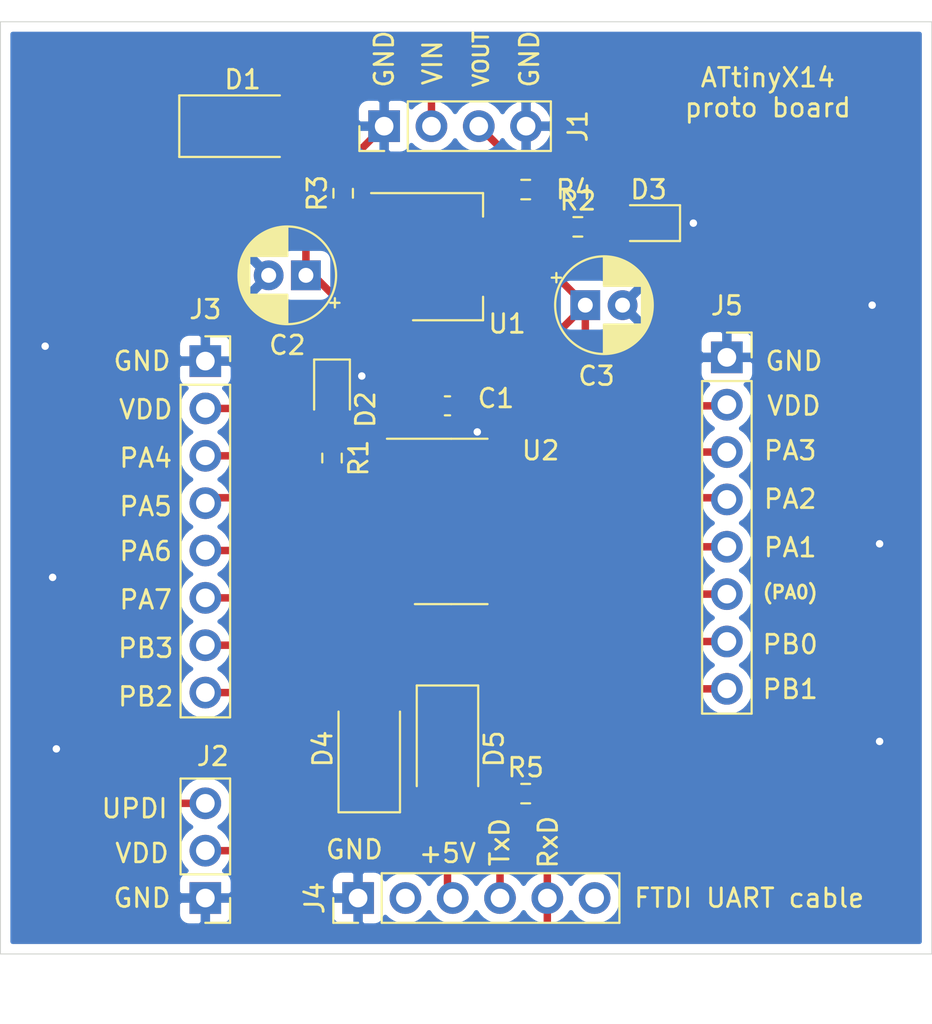
<source format=kicad_pcb>
(kicad_pcb (version 20171130) (host pcbnew 5.1.9-73d0e3b20d~88~ubuntu20.04.1)

  (general
    (thickness 1.6)
    (drawings 33)
    (tracks 140)
    (zones 0)
    (modules 20)
    (nets 25)
  )

  (page A4)
  (layers
    (0 F.Cu signal)
    (31 B.Cu signal)
    (32 B.Adhes user)
    (33 F.Adhes user)
    (34 B.Paste user)
    (35 F.Paste user)
    (36 B.SilkS user)
    (37 F.SilkS user)
    (38 B.Mask user)
    (39 F.Mask user)
    (40 Dwgs.User user)
    (41 Cmts.User user)
    (42 Eco1.User user)
    (43 Eco2.User user)
    (44 Edge.Cuts user)
    (45 Margin user)
    (46 B.CrtYd user)
    (47 F.CrtYd user)
    (48 B.Fab user)
    (49 F.Fab user)
  )

  (setup
    (last_trace_width 0.4)
    (user_trace_width 0.4)
    (trace_clearance 0.2)
    (zone_clearance 0.508)
    (zone_45_only no)
    (trace_min 0.2)
    (via_size 0.8)
    (via_drill 0.4)
    (via_min_size 0.4)
    (via_min_drill 0.3)
    (user_via 0.9 0.4)
    (uvia_size 0.3)
    (uvia_drill 0.1)
    (uvias_allowed no)
    (uvia_min_size 0.2)
    (uvia_min_drill 0.1)
    (edge_width 0.05)
    (segment_width 0.2)
    (pcb_text_width 0.3)
    (pcb_text_size 1.5 1.5)
    (mod_edge_width 0.12)
    (mod_text_size 1 1)
    (mod_text_width 0.15)
    (pad_size 1.524 1.524)
    (pad_drill 0.762)
    (pad_to_mask_clearance 0)
    (aux_axis_origin 0 0)
    (visible_elements FFFDFF7F)
    (pcbplotparams
      (layerselection 0x010fc_ffffffff)
      (usegerberextensions false)
      (usegerberattributes true)
      (usegerberadvancedattributes true)
      (creategerberjobfile true)
      (excludeedgelayer true)
      (linewidth 0.100000)
      (plotframeref false)
      (viasonmask false)
      (mode 1)
      (useauxorigin false)
      (hpglpennumber 1)
      (hpglpenspeed 20)
      (hpglpendiameter 15.000000)
      (psnegative false)
      (psa4output false)
      (plotreference true)
      (plotvalue true)
      (plotinvisibletext false)
      (padsonsilk false)
      (subtractmaskfromsilk false)
      (outputformat 1)
      (mirror false)
      (drillshape 1)
      (scaleselection 1)
      (outputdirectory ""))
  )

  (net 0 "")
  (net 1 GND)
  (net 2 "Net-(C1-Pad1)")
  (net 3 "Net-(C2-Pad1)")
  (net 4 "Net-(D1-Pad2)")
  (net 5 "Net-(D2-Pad2)")
  (net 6 "Net-(D3-Pad2)")
  (net 7 "Net-(D4-Pad2)")
  (net 8 "Net-(D5-Pad2)")
  (net 9 "Net-(J2-Pad3)")
  (net 10 "Net-(J3-Pad8)")
  (net 11 "Net-(J3-Pad7)")
  (net 12 "Net-(J3-Pad6)")
  (net 13 "Net-(J3-Pad5)")
  (net 14 "Net-(J3-Pad4)")
  (net 15 "Net-(J3-Pad3)")
  (net 16 "Net-(J4-Pad6)")
  (net 17 "Net-(J4-Pad4)")
  (net 18 "Net-(J4-Pad2)")
  (net 19 "Net-(J5-Pad8)")
  (net 20 "Net-(J5-Pad7)")
  (net 21 "Net-(J5-Pad5)")
  (net 22 "Net-(J5-Pad4)")
  (net 23 "Net-(J5-Pad3)")
  (net 24 "Net-(R3-Pad2)")

  (net_class Default "This is the default net class."
    (clearance 0.2)
    (trace_width 0.25)
    (via_dia 0.8)
    (via_drill 0.4)
    (uvia_dia 0.3)
    (uvia_drill 0.1)
    (add_net GND)
    (add_net "Net-(C1-Pad1)")
    (add_net "Net-(C2-Pad1)")
    (add_net "Net-(D1-Pad2)")
    (add_net "Net-(D2-Pad2)")
    (add_net "Net-(D3-Pad2)")
    (add_net "Net-(D4-Pad2)")
    (add_net "Net-(D5-Pad2)")
    (add_net "Net-(J2-Pad3)")
    (add_net "Net-(J3-Pad3)")
    (add_net "Net-(J3-Pad4)")
    (add_net "Net-(J3-Pad5)")
    (add_net "Net-(J3-Pad6)")
    (add_net "Net-(J3-Pad7)")
    (add_net "Net-(J3-Pad8)")
    (add_net "Net-(J4-Pad2)")
    (add_net "Net-(J4-Pad4)")
    (add_net "Net-(J4-Pad6)")
    (add_net "Net-(J5-Pad3)")
    (add_net "Net-(J5-Pad4)")
    (add_net "Net-(J5-Pad5)")
    (add_net "Net-(J5-Pad7)")
    (add_net "Net-(J5-Pad8)")
    (add_net "Net-(R3-Pad2)")
  )

  (module Diode_SMD:D_SMA (layer F.Cu) (tedit 586432E5) (tstamp 603193C0)
    (at 104 97 270)
    (descr "Diode SMA (DO-214AC)")
    (tags "Diode SMA (DO-214AC)")
    (path /61D93DCD)
    (attr smd)
    (fp_text reference D5 (at 0 -2.5 90) (layer F.SilkS)
      (effects (font (size 1 1) (thickness 0.15)))
    )
    (fp_text value D (at 0 2.6 90) (layer F.Fab)
      (effects (font (size 1 1) (thickness 0.15)))
    )
    (fp_text user %R (at 0 -2.5 90) (layer F.Fab)
      (effects (font (size 1 1) (thickness 0.15)))
    )
    (fp_line (start -3.4 -1.65) (end -3.4 1.65) (layer F.SilkS) (width 0.12))
    (fp_line (start 2.3 1.5) (end -2.3 1.5) (layer F.Fab) (width 0.1))
    (fp_line (start -2.3 1.5) (end -2.3 -1.5) (layer F.Fab) (width 0.1))
    (fp_line (start 2.3 -1.5) (end 2.3 1.5) (layer F.Fab) (width 0.1))
    (fp_line (start 2.3 -1.5) (end -2.3 -1.5) (layer F.Fab) (width 0.1))
    (fp_line (start -3.5 -1.75) (end 3.5 -1.75) (layer F.CrtYd) (width 0.05))
    (fp_line (start 3.5 -1.75) (end 3.5 1.75) (layer F.CrtYd) (width 0.05))
    (fp_line (start 3.5 1.75) (end -3.5 1.75) (layer F.CrtYd) (width 0.05))
    (fp_line (start -3.5 1.75) (end -3.5 -1.75) (layer F.CrtYd) (width 0.05))
    (fp_line (start -0.64944 0.00102) (end -1.55114 0.00102) (layer F.Fab) (width 0.1))
    (fp_line (start 0.50118 0.00102) (end 1.4994 0.00102) (layer F.Fab) (width 0.1))
    (fp_line (start -0.64944 -0.79908) (end -0.64944 0.80112) (layer F.Fab) (width 0.1))
    (fp_line (start 0.50118 0.75032) (end 0.50118 -0.79908) (layer F.Fab) (width 0.1))
    (fp_line (start -0.64944 0.00102) (end 0.50118 0.75032) (layer F.Fab) (width 0.1))
    (fp_line (start -0.64944 0.00102) (end 0.50118 -0.79908) (layer F.Fab) (width 0.1))
    (fp_line (start -3.4 1.65) (end 2 1.65) (layer F.SilkS) (width 0.12))
    (fp_line (start -3.4 -1.65) (end 2 -1.65) (layer F.SilkS) (width 0.12))
    (pad 2 smd rect (at 2 0 270) (size 2.5 1.8) (layers F.Cu F.Paste F.Mask)
      (net 8 "Net-(D5-Pad2)"))
    (pad 1 smd rect (at -2 0 270) (size 2.5 1.8) (layers F.Cu F.Paste F.Mask)
      (net 7 "Net-(D4-Pad2)"))
    (model ${KISYS3DMOD}/Diode_SMD.3dshapes/D_SMA.wrl
      (at (xyz 0 0 0))
      (scale (xyz 1 1 1))
      (rotate (xyz 0 0 0))
    )
  )

  (module Diode_SMD:D_SMA (layer F.Cu) (tedit 586432E5) (tstamp 603193A8)
    (at 99.8 97 90)
    (descr "Diode SMA (DO-214AC)")
    (tags "Diode SMA (DO-214AC)")
    (path /61D964C9)
    (attr smd)
    (fp_text reference D4 (at 0 -2.5 90) (layer F.SilkS)
      (effects (font (size 1 1) (thickness 0.15)))
    )
    (fp_text value D (at 0 2.6 90) (layer F.Fab)
      (effects (font (size 1 1) (thickness 0.15)))
    )
    (fp_text user %R (at 0 -2.5 90) (layer F.Fab)
      (effects (font (size 1 1) (thickness 0.15)))
    )
    (fp_line (start -3.4 -1.65) (end -3.4 1.65) (layer F.SilkS) (width 0.12))
    (fp_line (start 2.3 1.5) (end -2.3 1.5) (layer F.Fab) (width 0.1))
    (fp_line (start -2.3 1.5) (end -2.3 -1.5) (layer F.Fab) (width 0.1))
    (fp_line (start 2.3 -1.5) (end 2.3 1.5) (layer F.Fab) (width 0.1))
    (fp_line (start 2.3 -1.5) (end -2.3 -1.5) (layer F.Fab) (width 0.1))
    (fp_line (start -3.5 -1.75) (end 3.5 -1.75) (layer F.CrtYd) (width 0.05))
    (fp_line (start 3.5 -1.75) (end 3.5 1.75) (layer F.CrtYd) (width 0.05))
    (fp_line (start 3.5 1.75) (end -3.5 1.75) (layer F.CrtYd) (width 0.05))
    (fp_line (start -3.5 1.75) (end -3.5 -1.75) (layer F.CrtYd) (width 0.05))
    (fp_line (start -0.64944 0.00102) (end -1.55114 0.00102) (layer F.Fab) (width 0.1))
    (fp_line (start 0.50118 0.00102) (end 1.4994 0.00102) (layer F.Fab) (width 0.1))
    (fp_line (start -0.64944 -0.79908) (end -0.64944 0.80112) (layer F.Fab) (width 0.1))
    (fp_line (start 0.50118 0.75032) (end 0.50118 -0.79908) (layer F.Fab) (width 0.1))
    (fp_line (start -0.64944 0.00102) (end 0.50118 0.75032) (layer F.Fab) (width 0.1))
    (fp_line (start -0.64944 0.00102) (end 0.50118 -0.79908) (layer F.Fab) (width 0.1))
    (fp_line (start -3.4 1.65) (end 2 1.65) (layer F.SilkS) (width 0.12))
    (fp_line (start -3.4 -1.65) (end 2 -1.65) (layer F.SilkS) (width 0.12))
    (pad 2 smd rect (at 2 0 90) (size 2.5 1.8) (layers F.Cu F.Paste F.Mask)
      (net 7 "Net-(D4-Pad2)"))
    (pad 1 smd rect (at -2 0 90) (size 2.5 1.8) (layers F.Cu F.Paste F.Mask)
      (net 2 "Net-(C1-Pad1)"))
    (model ${KISYS3DMOD}/Diode_SMD.3dshapes/D_SMA.wrl
      (at (xyz 0 0 0))
      (scale (xyz 1 1 1))
      (rotate (xyz 0 0 0))
    )
  )

  (module Diode_SMD:D_SMA (layer F.Cu) (tedit 586432E5) (tstamp 60319348)
    (at 93 63.6)
    (descr "Diode SMA (DO-214AC)")
    (tags "Diode SMA (DO-214AC)")
    (path /6158F87F)
    (attr smd)
    (fp_text reference D1 (at 0 -2.5) (layer F.SilkS)
      (effects (font (size 1 1) (thickness 0.15)))
    )
    (fp_text value "standard diode" (at 0 2.6) (layer F.Fab)
      (effects (font (size 1 1) (thickness 0.15)))
    )
    (fp_text user %R (at 0 -2.5) (layer F.Fab)
      (effects (font (size 1 1) (thickness 0.15)))
    )
    (fp_line (start -3.4 -1.65) (end -3.4 1.65) (layer F.SilkS) (width 0.12))
    (fp_line (start 2.3 1.5) (end -2.3 1.5) (layer F.Fab) (width 0.1))
    (fp_line (start -2.3 1.5) (end -2.3 -1.5) (layer F.Fab) (width 0.1))
    (fp_line (start 2.3 -1.5) (end 2.3 1.5) (layer F.Fab) (width 0.1))
    (fp_line (start 2.3 -1.5) (end -2.3 -1.5) (layer F.Fab) (width 0.1))
    (fp_line (start -3.5 -1.75) (end 3.5 -1.75) (layer F.CrtYd) (width 0.05))
    (fp_line (start 3.5 -1.75) (end 3.5 1.75) (layer F.CrtYd) (width 0.05))
    (fp_line (start 3.5 1.75) (end -3.5 1.75) (layer F.CrtYd) (width 0.05))
    (fp_line (start -3.5 1.75) (end -3.5 -1.75) (layer F.CrtYd) (width 0.05))
    (fp_line (start -0.64944 0.00102) (end -1.55114 0.00102) (layer F.Fab) (width 0.1))
    (fp_line (start 0.50118 0.00102) (end 1.4994 0.00102) (layer F.Fab) (width 0.1))
    (fp_line (start -0.64944 -0.79908) (end -0.64944 0.80112) (layer F.Fab) (width 0.1))
    (fp_line (start 0.50118 0.75032) (end 0.50118 -0.79908) (layer F.Fab) (width 0.1))
    (fp_line (start -0.64944 0.00102) (end 0.50118 0.75032) (layer F.Fab) (width 0.1))
    (fp_line (start -0.64944 0.00102) (end 0.50118 -0.79908) (layer F.Fab) (width 0.1))
    (fp_line (start -3.4 1.65) (end 2 1.65) (layer F.SilkS) (width 0.12))
    (fp_line (start -3.4 -1.65) (end 2 -1.65) (layer F.SilkS) (width 0.12))
    (pad 2 smd rect (at 2 0) (size 2.5 1.8) (layers F.Cu F.Paste F.Mask)
      (net 4 "Net-(D1-Pad2)"))
    (pad 1 smd rect (at -2 0) (size 2.5 1.8) (layers F.Cu F.Paste F.Mask)
      (net 3 "Net-(C2-Pad1)"))
    (model ${KISYS3DMOD}/Diode_SMD.3dshapes/D_SMA.wrl
      (at (xyz 0 0 0))
      (scale (xyz 1 1 1))
      (rotate (xyz 0 0 0))
    )
  )

  (module Package_SO:SOIC-14_3.9x8.7mm_P1.27mm (layer F.Cu) (tedit 5D9F72B1) (tstamp 60316EC1)
    (at 104.2 84.8)
    (descr "SOIC, 14 Pin (JEDEC MS-012AB, https://www.analog.com/media/en/package-pcb-resources/package/pkg_pdf/soic_narrow-r/r_14.pdf), generated with kicad-footprint-generator ipc_gullwing_generator.py")
    (tags "SOIC SO")
    (path /5FBFABC0)
    (attr smd)
    (fp_text reference U2 (at 4.8 -3.8) (layer F.SilkS)
      (effects (font (size 1 1) (thickness 0.15)))
    )
    (fp_text value ATtiny214-SS (at 0 5.28) (layer F.Fab)
      (effects (font (size 1 1) (thickness 0.15)))
    )
    (fp_text user %R (at 0 0) (layer F.Fab)
      (effects (font (size 0.98 0.98) (thickness 0.15)))
    )
    (fp_line (start 0 4.435) (end 1.95 4.435) (layer F.SilkS) (width 0.12))
    (fp_line (start 0 4.435) (end -1.95 4.435) (layer F.SilkS) (width 0.12))
    (fp_line (start 0 -4.435) (end 1.95 -4.435) (layer F.SilkS) (width 0.12))
    (fp_line (start 0 -4.435) (end -3.45 -4.435) (layer F.SilkS) (width 0.12))
    (fp_line (start -0.975 -4.325) (end 1.95 -4.325) (layer F.Fab) (width 0.1))
    (fp_line (start 1.95 -4.325) (end 1.95 4.325) (layer F.Fab) (width 0.1))
    (fp_line (start 1.95 4.325) (end -1.95 4.325) (layer F.Fab) (width 0.1))
    (fp_line (start -1.95 4.325) (end -1.95 -3.35) (layer F.Fab) (width 0.1))
    (fp_line (start -1.95 -3.35) (end -0.975 -4.325) (layer F.Fab) (width 0.1))
    (fp_line (start -3.7 -4.58) (end -3.7 4.58) (layer F.CrtYd) (width 0.05))
    (fp_line (start -3.7 4.58) (end 3.7 4.58) (layer F.CrtYd) (width 0.05))
    (fp_line (start 3.7 4.58) (end 3.7 -4.58) (layer F.CrtYd) (width 0.05))
    (fp_line (start 3.7 -4.58) (end -3.7 -4.58) (layer F.CrtYd) (width 0.05))
    (pad 14 smd roundrect (at 2.475 -3.81) (size 1.95 0.6) (layers F.Cu F.Paste F.Mask) (roundrect_rratio 0.25)
      (net 1 GND))
    (pad 13 smd roundrect (at 2.475 -2.54) (size 1.95 0.6) (layers F.Cu F.Paste F.Mask) (roundrect_rratio 0.25)
      (net 23 "Net-(J5-Pad3)"))
    (pad 12 smd roundrect (at 2.475 -1.27) (size 1.95 0.6) (layers F.Cu F.Paste F.Mask) (roundrect_rratio 0.25)
      (net 22 "Net-(J5-Pad4)"))
    (pad 11 smd roundrect (at 2.475 0) (size 1.95 0.6) (layers F.Cu F.Paste F.Mask) (roundrect_rratio 0.25)
      (net 21 "Net-(J5-Pad5)"))
    (pad 10 smd roundrect (at 2.475 1.27) (size 1.95 0.6) (layers F.Cu F.Paste F.Mask) (roundrect_rratio 0.25)
      (net 9 "Net-(J2-Pad3)"))
    (pad 9 smd roundrect (at 2.475 2.54) (size 1.95 0.6) (layers F.Cu F.Paste F.Mask) (roundrect_rratio 0.25)
      (net 20 "Net-(J5-Pad7)"))
    (pad 8 smd roundrect (at 2.475 3.81) (size 1.95 0.6) (layers F.Cu F.Paste F.Mask) (roundrect_rratio 0.25)
      (net 19 "Net-(J5-Pad8)"))
    (pad 7 smd roundrect (at -2.475 3.81) (size 1.95 0.6) (layers F.Cu F.Paste F.Mask) (roundrect_rratio 0.25)
      (net 10 "Net-(J3-Pad8)"))
    (pad 6 smd roundrect (at -2.475 2.54) (size 1.95 0.6) (layers F.Cu F.Paste F.Mask) (roundrect_rratio 0.25)
      (net 11 "Net-(J3-Pad7)"))
    (pad 5 smd roundrect (at -2.475 1.27) (size 1.95 0.6) (layers F.Cu F.Paste F.Mask) (roundrect_rratio 0.25)
      (net 12 "Net-(J3-Pad6)"))
    (pad 4 smd roundrect (at -2.475 0) (size 1.95 0.6) (layers F.Cu F.Paste F.Mask) (roundrect_rratio 0.25)
      (net 13 "Net-(J3-Pad5)"))
    (pad 3 smd roundrect (at -2.475 -1.27) (size 1.95 0.6) (layers F.Cu F.Paste F.Mask) (roundrect_rratio 0.25)
      (net 14 "Net-(J3-Pad4)"))
    (pad 2 smd roundrect (at -2.475 -2.54) (size 1.95 0.6) (layers F.Cu F.Paste F.Mask) (roundrect_rratio 0.25)
      (net 15 "Net-(J3-Pad3)"))
    (pad 1 smd roundrect (at -2.475 -3.81) (size 1.95 0.6) (layers F.Cu F.Paste F.Mask) (roundrect_rratio 0.25)
      (net 2 "Net-(C1-Pad1)"))
    (model ${KISYS3DMOD}/Package_SO.3dshapes/SOIC-14_3.9x8.7mm_P1.27mm.wrl
      (at (xyz 0 0 0))
      (scale (xyz 1 1 1))
      (rotate (xyz 0 0 0))
    )
  )

  (module Package_TO_SOT_SMD:SOT-223-3_TabPin2 (layer F.Cu) (tedit 5A02FF57) (tstamp 60316EA1)
    (at 104 70.6)
    (descr "module CMS SOT223 4 pins")
    (tags "CMS SOT")
    (path /5FED1A60)
    (attr smd)
    (fp_text reference U1 (at 3.2 3.6) (layer F.SilkS)
      (effects (font (size 1 1) (thickness 0.15)))
    )
    (fp_text value LM317_SOT-223 (at 0 4.5) (layer F.Fab)
      (effects (font (size 1 1) (thickness 0.15)))
    )
    (fp_text user %R (at 0 0 90) (layer F.Fab)
      (effects (font (size 0.8 0.8) (thickness 0.12)))
    )
    (fp_line (start 1.91 3.41) (end 1.91 2.15) (layer F.SilkS) (width 0.12))
    (fp_line (start 1.91 -3.41) (end 1.91 -2.15) (layer F.SilkS) (width 0.12))
    (fp_line (start 4.4 -3.6) (end -4.4 -3.6) (layer F.CrtYd) (width 0.05))
    (fp_line (start 4.4 3.6) (end 4.4 -3.6) (layer F.CrtYd) (width 0.05))
    (fp_line (start -4.4 3.6) (end 4.4 3.6) (layer F.CrtYd) (width 0.05))
    (fp_line (start -4.4 -3.6) (end -4.4 3.6) (layer F.CrtYd) (width 0.05))
    (fp_line (start -1.85 -2.35) (end -0.85 -3.35) (layer F.Fab) (width 0.1))
    (fp_line (start -1.85 -2.35) (end -1.85 3.35) (layer F.Fab) (width 0.1))
    (fp_line (start -1.85 3.41) (end 1.91 3.41) (layer F.SilkS) (width 0.12))
    (fp_line (start -0.85 -3.35) (end 1.85 -3.35) (layer F.Fab) (width 0.1))
    (fp_line (start -4.1 -3.41) (end 1.91 -3.41) (layer F.SilkS) (width 0.12))
    (fp_line (start -1.85 3.35) (end 1.85 3.35) (layer F.Fab) (width 0.1))
    (fp_line (start 1.85 -3.35) (end 1.85 3.35) (layer F.Fab) (width 0.1))
    (pad 1 smd rect (at -3.15 -2.3) (size 2 1.5) (layers F.Cu F.Paste F.Mask)
      (net 24 "Net-(R3-Pad2)"))
    (pad 3 smd rect (at -3.15 2.3) (size 2 1.5) (layers F.Cu F.Paste F.Mask)
      (net 3 "Net-(C2-Pad1)"))
    (pad 2 smd rect (at -3.15 0) (size 2 1.5) (layers F.Cu F.Paste F.Mask)
      (net 2 "Net-(C1-Pad1)"))
    (pad 2 smd rect (at 3.15 0) (size 2 3.8) (layers F.Cu F.Paste F.Mask)
      (net 2 "Net-(C1-Pad1)"))
    (model ${KISYS3DMOD}/Package_TO_SOT_SMD.3dshapes/SOT-223.wrl
      (at (xyz 0 0 0))
      (scale (xyz 1 1 1))
      (rotate (xyz 0 0 0))
    )
  )

  (module Resistor_SMD:R_0603_1608Metric (layer F.Cu) (tedit 5F68FEEE) (tstamp 60316E8B)
    (at 108.2 99.4 180)
    (descr "Resistor SMD 0603 (1608 Metric), square (rectangular) end terminal, IPC_7351 nominal, (Body size source: IPC-SM-782 page 72, https://www.pcb-3d.com/wordpress/wp-content/uploads/ipc-sm-782a_amendment_1_and_2.pdf), generated with kicad-footprint-generator")
    (tags resistor)
    (path /61CBF25C)
    (attr smd)
    (fp_text reference R5 (at 0 1.4) (layer F.SilkS)
      (effects (font (size 1 1) (thickness 0.15)))
    )
    (fp_text value 4k7 (at 0 1.43) (layer F.Fab)
      (effects (font (size 1 1) (thickness 0.15)))
    )
    (fp_text user %R (at 0 0) (layer F.Fab)
      (effects (font (size 0.4 0.4) (thickness 0.06)))
    )
    (fp_line (start -0.8 0.4125) (end -0.8 -0.4125) (layer F.Fab) (width 0.1))
    (fp_line (start -0.8 -0.4125) (end 0.8 -0.4125) (layer F.Fab) (width 0.1))
    (fp_line (start 0.8 -0.4125) (end 0.8 0.4125) (layer F.Fab) (width 0.1))
    (fp_line (start 0.8 0.4125) (end -0.8 0.4125) (layer F.Fab) (width 0.1))
    (fp_line (start -0.237258 -0.5225) (end 0.237258 -0.5225) (layer F.SilkS) (width 0.12))
    (fp_line (start -0.237258 0.5225) (end 0.237258 0.5225) (layer F.SilkS) (width 0.12))
    (fp_line (start -1.48 0.73) (end -1.48 -0.73) (layer F.CrtYd) (width 0.05))
    (fp_line (start -1.48 -0.73) (end 1.48 -0.73) (layer F.CrtYd) (width 0.05))
    (fp_line (start 1.48 -0.73) (end 1.48 0.73) (layer F.CrtYd) (width 0.05))
    (fp_line (start 1.48 0.73) (end -1.48 0.73) (layer F.CrtYd) (width 0.05))
    (pad 2 smd roundrect (at 0.825 0 180) (size 0.8 0.95) (layers F.Cu F.Paste F.Mask) (roundrect_rratio 0.25)
      (net 17 "Net-(J4-Pad4)"))
    (pad 1 smd roundrect (at -0.825 0 180) (size 0.8 0.95) (layers F.Cu F.Paste F.Mask) (roundrect_rratio 0.25)
      (net 9 "Net-(J2-Pad3)"))
    (model ${KISYS3DMOD}/Resistor_SMD.3dshapes/R_0603_1608Metric.wrl
      (at (xyz 0 0 0))
      (scale (xyz 1 1 1))
      (rotate (xyz 0 0 0))
    )
  )

  (module Resistor_SMD:R_0603_1608Metric (layer F.Cu) (tedit 5F68FEEE) (tstamp 60316E7A)
    (at 108.2 67)
    (descr "Resistor SMD 0603 (1608 Metric), square (rectangular) end terminal, IPC_7351 nominal, (Body size source: IPC-SM-782 page 72, https://www.pcb-3d.com/wordpress/wp-content/uploads/ipc-sm-782a_amendment_1_and_2.pdf), generated with kicad-footprint-generator")
    (tags resistor)
    (path /5FED3549)
    (attr smd)
    (fp_text reference R4 (at 2.6 0) (layer F.SilkS)
      (effects (font (size 1 1) (thickness 0.15)))
    )
    (fp_text value 560 (at 0 1.43) (layer F.Fab)
      (effects (font (size 1 1) (thickness 0.15)))
    )
    (fp_text user %R (at 0 0) (layer F.Fab)
      (effects (font (size 0.4 0.4) (thickness 0.06)))
    )
    (fp_line (start -0.8 0.4125) (end -0.8 -0.4125) (layer F.Fab) (width 0.1))
    (fp_line (start -0.8 -0.4125) (end 0.8 -0.4125) (layer F.Fab) (width 0.1))
    (fp_line (start 0.8 -0.4125) (end 0.8 0.4125) (layer F.Fab) (width 0.1))
    (fp_line (start 0.8 0.4125) (end -0.8 0.4125) (layer F.Fab) (width 0.1))
    (fp_line (start -0.237258 -0.5225) (end 0.237258 -0.5225) (layer F.SilkS) (width 0.12))
    (fp_line (start -0.237258 0.5225) (end 0.237258 0.5225) (layer F.SilkS) (width 0.12))
    (fp_line (start -1.48 0.73) (end -1.48 -0.73) (layer F.CrtYd) (width 0.05))
    (fp_line (start -1.48 -0.73) (end 1.48 -0.73) (layer F.CrtYd) (width 0.05))
    (fp_line (start 1.48 -0.73) (end 1.48 0.73) (layer F.CrtYd) (width 0.05))
    (fp_line (start 1.48 0.73) (end -1.48 0.73) (layer F.CrtYd) (width 0.05))
    (pad 2 smd roundrect (at 0.825 0) (size 0.8 0.95) (layers F.Cu F.Paste F.Mask) (roundrect_rratio 0.25)
      (net 2 "Net-(C1-Pad1)"))
    (pad 1 smd roundrect (at -0.825 0) (size 0.8 0.95) (layers F.Cu F.Paste F.Mask) (roundrect_rratio 0.25)
      (net 24 "Net-(R3-Pad2)"))
    (model ${KISYS3DMOD}/Resistor_SMD.3dshapes/R_0603_1608Metric.wrl
      (at (xyz 0 0 0))
      (scale (xyz 1 1 1))
      (rotate (xyz 0 0 0))
    )
  )

  (module Resistor_SMD:R_0603_1608Metric (layer F.Cu) (tedit 5F68FEEE) (tstamp 60316E69)
    (at 98.4 67.2 270)
    (descr "Resistor SMD 0603 (1608 Metric), square (rectangular) end terminal, IPC_7351 nominal, (Body size source: IPC-SM-782 page 72, https://www.pcb-3d.com/wordpress/wp-content/uploads/ipc-sm-782a_amendment_1_and_2.pdf), generated with kicad-footprint-generator")
    (tags resistor)
    (path /5FED4453)
    (attr smd)
    (fp_text reference R3 (at 0 1.4 90) (layer F.SilkS)
      (effects (font (size 1 1) (thickness 0.15)))
    )
    (fp_text value 1k (at 0 1.43 90) (layer F.Fab)
      (effects (font (size 1 1) (thickness 0.15)))
    )
    (fp_text user %R (at 0 0 90) (layer F.Fab)
      (effects (font (size 0.4 0.4) (thickness 0.06)))
    )
    (fp_line (start -0.8 0.4125) (end -0.8 -0.4125) (layer F.Fab) (width 0.1))
    (fp_line (start -0.8 -0.4125) (end 0.8 -0.4125) (layer F.Fab) (width 0.1))
    (fp_line (start 0.8 -0.4125) (end 0.8 0.4125) (layer F.Fab) (width 0.1))
    (fp_line (start 0.8 0.4125) (end -0.8 0.4125) (layer F.Fab) (width 0.1))
    (fp_line (start -0.237258 -0.5225) (end 0.237258 -0.5225) (layer F.SilkS) (width 0.12))
    (fp_line (start -0.237258 0.5225) (end 0.237258 0.5225) (layer F.SilkS) (width 0.12))
    (fp_line (start -1.48 0.73) (end -1.48 -0.73) (layer F.CrtYd) (width 0.05))
    (fp_line (start -1.48 -0.73) (end 1.48 -0.73) (layer F.CrtYd) (width 0.05))
    (fp_line (start 1.48 -0.73) (end 1.48 0.73) (layer F.CrtYd) (width 0.05))
    (fp_line (start 1.48 0.73) (end -1.48 0.73) (layer F.CrtYd) (width 0.05))
    (pad 2 smd roundrect (at 0.825 0 270) (size 0.8 0.95) (layers F.Cu F.Paste F.Mask) (roundrect_rratio 0.25)
      (net 24 "Net-(R3-Pad2)"))
    (pad 1 smd roundrect (at -0.825 0 270) (size 0.8 0.95) (layers F.Cu F.Paste F.Mask) (roundrect_rratio 0.25)
      (net 1 GND))
    (model ${KISYS3DMOD}/Resistor_SMD.3dshapes/R_0603_1608Metric.wrl
      (at (xyz 0 0 0))
      (scale (xyz 1 1 1))
      (rotate (xyz 0 0 0))
    )
  )

  (module Resistor_SMD:R_0603_1608Metric (layer F.Cu) (tedit 5F68FEEE) (tstamp 60316E58)
    (at 111 69 180)
    (descr "Resistor SMD 0603 (1608 Metric), square (rectangular) end terminal, IPC_7351 nominal, (Body size source: IPC-SM-782 page 72, https://www.pcb-3d.com/wordpress/wp-content/uploads/ipc-sm-782a_amendment_1_and_2.pdf), generated with kicad-footprint-generator")
    (tags resistor)
    (path /615A88BD)
    (attr smd)
    (fp_text reference R2 (at 0 1.4) (layer F.SilkS)
      (effects (font (size 1 1) (thickness 0.15)))
    )
    (fp_text value 560 (at 0 1.43) (layer F.Fab)
      (effects (font (size 1 1) (thickness 0.15)))
    )
    (fp_text user %R (at 0 0) (layer F.Fab)
      (effects (font (size 0.4 0.4) (thickness 0.06)))
    )
    (fp_line (start -0.8 0.4125) (end -0.8 -0.4125) (layer F.Fab) (width 0.1))
    (fp_line (start -0.8 -0.4125) (end 0.8 -0.4125) (layer F.Fab) (width 0.1))
    (fp_line (start 0.8 -0.4125) (end 0.8 0.4125) (layer F.Fab) (width 0.1))
    (fp_line (start 0.8 0.4125) (end -0.8 0.4125) (layer F.Fab) (width 0.1))
    (fp_line (start -0.237258 -0.5225) (end 0.237258 -0.5225) (layer F.SilkS) (width 0.12))
    (fp_line (start -0.237258 0.5225) (end 0.237258 0.5225) (layer F.SilkS) (width 0.12))
    (fp_line (start -1.48 0.73) (end -1.48 -0.73) (layer F.CrtYd) (width 0.05))
    (fp_line (start -1.48 -0.73) (end 1.48 -0.73) (layer F.CrtYd) (width 0.05))
    (fp_line (start 1.48 -0.73) (end 1.48 0.73) (layer F.CrtYd) (width 0.05))
    (fp_line (start 1.48 0.73) (end -1.48 0.73) (layer F.CrtYd) (width 0.05))
    (pad 2 smd roundrect (at 0.825 0 180) (size 0.8 0.95) (layers F.Cu F.Paste F.Mask) (roundrect_rratio 0.25)
      (net 2 "Net-(C1-Pad1)"))
    (pad 1 smd roundrect (at -0.825 0 180) (size 0.8 0.95) (layers F.Cu F.Paste F.Mask) (roundrect_rratio 0.25)
      (net 6 "Net-(D3-Pad2)"))
    (model ${KISYS3DMOD}/Resistor_SMD.3dshapes/R_0603_1608Metric.wrl
      (at (xyz 0 0 0))
      (scale (xyz 1 1 1))
      (rotate (xyz 0 0 0))
    )
  )

  (module Resistor_SMD:R_0603_1608Metric (layer F.Cu) (tedit 5F68FEEE) (tstamp 60316E47)
    (at 97.8 81.4 270)
    (descr "Resistor SMD 0603 (1608 Metric), square (rectangular) end terminal, IPC_7351 nominal, (Body size source: IPC-SM-782 page 72, https://www.pcb-3d.com/wordpress/wp-content/uploads/ipc-sm-782a_amendment_1_and_2.pdf), generated with kicad-footprint-generator")
    (tags resistor)
    (path /61D4DB97)
    (attr smd)
    (fp_text reference R1 (at 0 -1.43 90) (layer F.SilkS)
      (effects (font (size 1 1) (thickness 0.15)))
    )
    (fp_text value 560 (at 0 1.43 90) (layer F.Fab)
      (effects (font (size 1 1) (thickness 0.15)))
    )
    (fp_text user %R (at 0 0 90) (layer F.Fab)
      (effects (font (size 0.4 0.4) (thickness 0.06)))
    )
    (fp_line (start -0.8 0.4125) (end -0.8 -0.4125) (layer F.Fab) (width 0.1))
    (fp_line (start -0.8 -0.4125) (end 0.8 -0.4125) (layer F.Fab) (width 0.1))
    (fp_line (start 0.8 -0.4125) (end 0.8 0.4125) (layer F.Fab) (width 0.1))
    (fp_line (start 0.8 0.4125) (end -0.8 0.4125) (layer F.Fab) (width 0.1))
    (fp_line (start -0.237258 -0.5225) (end 0.237258 -0.5225) (layer F.SilkS) (width 0.12))
    (fp_line (start -0.237258 0.5225) (end 0.237258 0.5225) (layer F.SilkS) (width 0.12))
    (fp_line (start -1.48 0.73) (end -1.48 -0.73) (layer F.CrtYd) (width 0.05))
    (fp_line (start -1.48 -0.73) (end 1.48 -0.73) (layer F.CrtYd) (width 0.05))
    (fp_line (start 1.48 -0.73) (end 1.48 0.73) (layer F.CrtYd) (width 0.05))
    (fp_line (start 1.48 0.73) (end -1.48 0.73) (layer F.CrtYd) (width 0.05))
    (pad 2 smd roundrect (at 0.825 0 270) (size 0.8 0.95) (layers F.Cu F.Paste F.Mask) (roundrect_rratio 0.25)
      (net 15 "Net-(J3-Pad3)"))
    (pad 1 smd roundrect (at -0.825 0 270) (size 0.8 0.95) (layers F.Cu F.Paste F.Mask) (roundrect_rratio 0.25)
      (net 5 "Net-(D2-Pad2)"))
    (model ${KISYS3DMOD}/Resistor_SMD.3dshapes/R_0603_1608Metric.wrl
      (at (xyz 0 0 0))
      (scale (xyz 1 1 1))
      (rotate (xyz 0 0 0))
    )
  )

  (module Connector_PinSocket_2.54mm:PinSocket_1x08_P2.54mm_Vertical (layer F.Cu) (tedit 5A19A420) (tstamp 60316E36)
    (at 119 76)
    (descr "Through hole straight socket strip, 1x08, 2.54mm pitch, single row (from Kicad 4.0.7), script generated")
    (tags "Through hole socket strip THT 1x08 2.54mm single row")
    (path /61D16C8D)
    (fp_text reference J5 (at 0 -2.77) (layer F.SilkS)
      (effects (font (size 1 1) (thickness 0.15)))
    )
    (fp_text value Conn_01x08_Female (at 0 20.55) (layer F.Fab)
      (effects (font (size 1 1) (thickness 0.15)))
    )
    (fp_text user %R (at 0 8.89 90) (layer F.Fab)
      (effects (font (size 1 1) (thickness 0.15)))
    )
    (fp_line (start -1.27 -1.27) (end 0.635 -1.27) (layer F.Fab) (width 0.1))
    (fp_line (start 0.635 -1.27) (end 1.27 -0.635) (layer F.Fab) (width 0.1))
    (fp_line (start 1.27 -0.635) (end 1.27 19.05) (layer F.Fab) (width 0.1))
    (fp_line (start 1.27 19.05) (end -1.27 19.05) (layer F.Fab) (width 0.1))
    (fp_line (start -1.27 19.05) (end -1.27 -1.27) (layer F.Fab) (width 0.1))
    (fp_line (start -1.33 1.27) (end 1.33 1.27) (layer F.SilkS) (width 0.12))
    (fp_line (start -1.33 1.27) (end -1.33 19.11) (layer F.SilkS) (width 0.12))
    (fp_line (start -1.33 19.11) (end 1.33 19.11) (layer F.SilkS) (width 0.12))
    (fp_line (start 1.33 1.27) (end 1.33 19.11) (layer F.SilkS) (width 0.12))
    (fp_line (start 1.33 -1.33) (end 1.33 0) (layer F.SilkS) (width 0.12))
    (fp_line (start 0 -1.33) (end 1.33 -1.33) (layer F.SilkS) (width 0.12))
    (fp_line (start -1.8 -1.8) (end 1.75 -1.8) (layer F.CrtYd) (width 0.05))
    (fp_line (start 1.75 -1.8) (end 1.75 19.55) (layer F.CrtYd) (width 0.05))
    (fp_line (start 1.75 19.55) (end -1.8 19.55) (layer F.CrtYd) (width 0.05))
    (fp_line (start -1.8 19.55) (end -1.8 -1.8) (layer F.CrtYd) (width 0.05))
    (pad 8 thru_hole oval (at 0 17.78) (size 1.7 1.7) (drill 1) (layers *.Cu *.Mask)
      (net 19 "Net-(J5-Pad8)"))
    (pad 7 thru_hole oval (at 0 15.24) (size 1.7 1.7) (drill 1) (layers *.Cu *.Mask)
      (net 20 "Net-(J5-Pad7)"))
    (pad 6 thru_hole oval (at 0 12.7) (size 1.7 1.7) (drill 1) (layers *.Cu *.Mask)
      (net 9 "Net-(J2-Pad3)"))
    (pad 5 thru_hole oval (at 0 10.16) (size 1.7 1.7) (drill 1) (layers *.Cu *.Mask)
      (net 21 "Net-(J5-Pad5)"))
    (pad 4 thru_hole oval (at 0 7.62) (size 1.7 1.7) (drill 1) (layers *.Cu *.Mask)
      (net 22 "Net-(J5-Pad4)"))
    (pad 3 thru_hole oval (at 0 5.08) (size 1.7 1.7) (drill 1) (layers *.Cu *.Mask)
      (net 23 "Net-(J5-Pad3)"))
    (pad 2 thru_hole oval (at 0 2.54) (size 1.7 1.7) (drill 1) (layers *.Cu *.Mask)
      (net 2 "Net-(C1-Pad1)"))
    (pad 1 thru_hole rect (at 0 0) (size 1.7 1.7) (drill 1) (layers *.Cu *.Mask)
      (net 1 GND))
  )

  (module Connector_PinHeader_2.54mm:PinHeader_1x06_P2.54mm_Vertical (layer F.Cu) (tedit 59FED5CC) (tstamp 60316E1A)
    (at 99.2 105 90)
    (descr "Through hole straight pin header, 1x06, 2.54mm pitch, single row")
    (tags "Through hole pin header THT 1x06 2.54mm single row")
    (path /61CB50E5)
    (fp_text reference J4 (at 0 -2.33 90) (layer F.SilkS)
      (effects (font (size 1 1) (thickness 0.15)))
    )
    (fp_text value Conn_01x06_Male (at 0 15.03 90) (layer F.Fab)
      (effects (font (size 1 1) (thickness 0.15)))
    )
    (fp_text user %R (at 0 6.35) (layer F.Fab)
      (effects (font (size 1 1) (thickness 0.15)))
    )
    (fp_line (start -0.635 -1.27) (end 1.27 -1.27) (layer F.Fab) (width 0.1))
    (fp_line (start 1.27 -1.27) (end 1.27 13.97) (layer F.Fab) (width 0.1))
    (fp_line (start 1.27 13.97) (end -1.27 13.97) (layer F.Fab) (width 0.1))
    (fp_line (start -1.27 13.97) (end -1.27 -0.635) (layer F.Fab) (width 0.1))
    (fp_line (start -1.27 -0.635) (end -0.635 -1.27) (layer F.Fab) (width 0.1))
    (fp_line (start -1.33 14.03) (end 1.33 14.03) (layer F.SilkS) (width 0.12))
    (fp_line (start -1.33 1.27) (end -1.33 14.03) (layer F.SilkS) (width 0.12))
    (fp_line (start 1.33 1.27) (end 1.33 14.03) (layer F.SilkS) (width 0.12))
    (fp_line (start -1.33 1.27) (end 1.33 1.27) (layer F.SilkS) (width 0.12))
    (fp_line (start -1.33 0) (end -1.33 -1.33) (layer F.SilkS) (width 0.12))
    (fp_line (start -1.33 -1.33) (end 0 -1.33) (layer F.SilkS) (width 0.12))
    (fp_line (start -1.8 -1.8) (end -1.8 14.5) (layer F.CrtYd) (width 0.05))
    (fp_line (start -1.8 14.5) (end 1.8 14.5) (layer F.CrtYd) (width 0.05))
    (fp_line (start 1.8 14.5) (end 1.8 -1.8) (layer F.CrtYd) (width 0.05))
    (fp_line (start 1.8 -1.8) (end -1.8 -1.8) (layer F.CrtYd) (width 0.05))
    (pad 6 thru_hole oval (at 0 12.7 90) (size 1.7 1.7) (drill 1) (layers *.Cu *.Mask)
      (net 16 "Net-(J4-Pad6)"))
    (pad 5 thru_hole oval (at 0 10.16 90) (size 1.7 1.7) (drill 1) (layers *.Cu *.Mask)
      (net 9 "Net-(J2-Pad3)"))
    (pad 4 thru_hole oval (at 0 7.62 90) (size 1.7 1.7) (drill 1) (layers *.Cu *.Mask)
      (net 17 "Net-(J4-Pad4)"))
    (pad 3 thru_hole oval (at 0 5.08 90) (size 1.7 1.7) (drill 1) (layers *.Cu *.Mask)
      (net 8 "Net-(D5-Pad2)"))
    (pad 2 thru_hole oval (at 0 2.54 90) (size 1.7 1.7) (drill 1) (layers *.Cu *.Mask)
      (net 18 "Net-(J4-Pad2)"))
    (pad 1 thru_hole rect (at 0 0 90) (size 1.7 1.7) (drill 1) (layers *.Cu *.Mask)
      (net 1 GND))
    (model ${KISYS3DMOD}/Connector_PinHeader_2.54mm.3dshapes/PinHeader_1x06_P2.54mm_Vertical.wrl
      (at (xyz 0 0 0))
      (scale (xyz 1 1 1))
      (rotate (xyz 0 0 0))
    )
  )

  (module Connector_PinSocket_2.54mm:PinSocket_1x08_P2.54mm_Vertical (layer F.Cu) (tedit 5A19A420) (tstamp 60316E00)
    (at 91 76.2)
    (descr "Through hole straight socket strip, 1x08, 2.54mm pitch, single row (from Kicad 4.0.7), script generated")
    (tags "Through hole socket strip THT 1x08 2.54mm single row")
    (path /61CDBB2D)
    (fp_text reference J3 (at 0 -2.77) (layer F.SilkS)
      (effects (font (size 1 1) (thickness 0.15)))
    )
    (fp_text value Conn_01x08_Female (at 0 20.55) (layer F.Fab)
      (effects (font (size 1 1) (thickness 0.15)))
    )
    (fp_text user %R (at 0 8.89 90) (layer F.Fab)
      (effects (font (size 1 1) (thickness 0.15)))
    )
    (fp_line (start -1.27 -1.27) (end 0.635 -1.27) (layer F.Fab) (width 0.1))
    (fp_line (start 0.635 -1.27) (end 1.27 -0.635) (layer F.Fab) (width 0.1))
    (fp_line (start 1.27 -0.635) (end 1.27 19.05) (layer F.Fab) (width 0.1))
    (fp_line (start 1.27 19.05) (end -1.27 19.05) (layer F.Fab) (width 0.1))
    (fp_line (start -1.27 19.05) (end -1.27 -1.27) (layer F.Fab) (width 0.1))
    (fp_line (start -1.33 1.27) (end 1.33 1.27) (layer F.SilkS) (width 0.12))
    (fp_line (start -1.33 1.27) (end -1.33 19.11) (layer F.SilkS) (width 0.12))
    (fp_line (start -1.33 19.11) (end 1.33 19.11) (layer F.SilkS) (width 0.12))
    (fp_line (start 1.33 1.27) (end 1.33 19.11) (layer F.SilkS) (width 0.12))
    (fp_line (start 1.33 -1.33) (end 1.33 0) (layer F.SilkS) (width 0.12))
    (fp_line (start 0 -1.33) (end 1.33 -1.33) (layer F.SilkS) (width 0.12))
    (fp_line (start -1.8 -1.8) (end 1.75 -1.8) (layer F.CrtYd) (width 0.05))
    (fp_line (start 1.75 -1.8) (end 1.75 19.55) (layer F.CrtYd) (width 0.05))
    (fp_line (start 1.75 19.55) (end -1.8 19.55) (layer F.CrtYd) (width 0.05))
    (fp_line (start -1.8 19.55) (end -1.8 -1.8) (layer F.CrtYd) (width 0.05))
    (pad 8 thru_hole oval (at 0 17.78) (size 1.7 1.7) (drill 1) (layers *.Cu *.Mask)
      (net 10 "Net-(J3-Pad8)"))
    (pad 7 thru_hole oval (at 0 15.24) (size 1.7 1.7) (drill 1) (layers *.Cu *.Mask)
      (net 11 "Net-(J3-Pad7)"))
    (pad 6 thru_hole oval (at 0 12.7) (size 1.7 1.7) (drill 1) (layers *.Cu *.Mask)
      (net 12 "Net-(J3-Pad6)"))
    (pad 5 thru_hole oval (at 0 10.16) (size 1.7 1.7) (drill 1) (layers *.Cu *.Mask)
      (net 13 "Net-(J3-Pad5)"))
    (pad 4 thru_hole oval (at 0 7.62) (size 1.7 1.7) (drill 1) (layers *.Cu *.Mask)
      (net 14 "Net-(J3-Pad4)"))
    (pad 3 thru_hole oval (at 0 5.08) (size 1.7 1.7) (drill 1) (layers *.Cu *.Mask)
      (net 15 "Net-(J3-Pad3)"))
    (pad 2 thru_hole oval (at 0 2.54) (size 1.7 1.7) (drill 1) (layers *.Cu *.Mask)
      (net 2 "Net-(C1-Pad1)"))
    (pad 1 thru_hole rect (at 0 0) (size 1.7 1.7) (drill 1) (layers *.Cu *.Mask)
      (net 1 GND))
  )

  (module Connector_PinHeader_2.54mm:PinHeader_1x03_P2.54mm_Vertical (layer F.Cu) (tedit 59FED5CC) (tstamp 60316DE4)
    (at 91 105 180)
    (descr "Through hole straight pin header, 1x03, 2.54mm pitch, single row")
    (tags "Through hole pin header THT 1x03 2.54mm single row")
    (path /5FD6DA79)
    (fp_text reference J2 (at -0.4 7.6) (layer F.SilkS)
      (effects (font (size 1 1) (thickness 0.15)))
    )
    (fp_text value Conn_01x03_Male (at 0 7.41) (layer F.Fab)
      (effects (font (size 1 1) (thickness 0.15)))
    )
    (fp_text user %R (at 0 2.54 90) (layer F.Fab)
      (effects (font (size 1 1) (thickness 0.15)))
    )
    (fp_line (start -0.635 -1.27) (end 1.27 -1.27) (layer F.Fab) (width 0.1))
    (fp_line (start 1.27 -1.27) (end 1.27 6.35) (layer F.Fab) (width 0.1))
    (fp_line (start 1.27 6.35) (end -1.27 6.35) (layer F.Fab) (width 0.1))
    (fp_line (start -1.27 6.35) (end -1.27 -0.635) (layer F.Fab) (width 0.1))
    (fp_line (start -1.27 -0.635) (end -0.635 -1.27) (layer F.Fab) (width 0.1))
    (fp_line (start -1.33 6.41) (end 1.33 6.41) (layer F.SilkS) (width 0.12))
    (fp_line (start -1.33 1.27) (end -1.33 6.41) (layer F.SilkS) (width 0.12))
    (fp_line (start 1.33 1.27) (end 1.33 6.41) (layer F.SilkS) (width 0.12))
    (fp_line (start -1.33 1.27) (end 1.33 1.27) (layer F.SilkS) (width 0.12))
    (fp_line (start -1.33 0) (end -1.33 -1.33) (layer F.SilkS) (width 0.12))
    (fp_line (start -1.33 -1.33) (end 0 -1.33) (layer F.SilkS) (width 0.12))
    (fp_line (start -1.8 -1.8) (end -1.8 6.85) (layer F.CrtYd) (width 0.05))
    (fp_line (start -1.8 6.85) (end 1.8 6.85) (layer F.CrtYd) (width 0.05))
    (fp_line (start 1.8 6.85) (end 1.8 -1.8) (layer F.CrtYd) (width 0.05))
    (fp_line (start 1.8 -1.8) (end -1.8 -1.8) (layer F.CrtYd) (width 0.05))
    (pad 3 thru_hole oval (at 0 5.08 180) (size 1.7 1.7) (drill 1) (layers *.Cu *.Mask)
      (net 9 "Net-(J2-Pad3)"))
    (pad 2 thru_hole oval (at 0 2.54 180) (size 1.7 1.7) (drill 1) (layers *.Cu *.Mask)
      (net 2 "Net-(C1-Pad1)"))
    (pad 1 thru_hole rect (at 0 0 180) (size 1.7 1.7) (drill 1) (layers *.Cu *.Mask)
      (net 1 GND))
    (model ${KISYS3DMOD}/Connector_PinHeader_2.54mm.3dshapes/PinHeader_1x03_P2.54mm_Vertical.wrl
      (at (xyz 0 0 0))
      (scale (xyz 1 1 1))
      (rotate (xyz 0 0 0))
    )
  )

  (module Connector_PinHeader_2.54mm:PinHeader_1x04_P2.54mm_Vertical (layer F.Cu) (tedit 59FED5CC) (tstamp 60316DCD)
    (at 100.6 63.6 90)
    (descr "Through hole straight pin header, 1x04, 2.54mm pitch, single row")
    (tags "Through hole pin header THT 1x04 2.54mm single row")
    (path /6159059E)
    (fp_text reference J1 (at 0 10.4 90) (layer F.SilkS)
      (effects (font (size 1 1) (thickness 0.15)))
    )
    (fp_text value Conn_01x04_Male (at 0 9.95 90) (layer F.Fab)
      (effects (font (size 1 1) (thickness 0.15)))
    )
    (fp_text user %R (at 0 3.81) (layer F.Fab)
      (effects (font (size 1 1) (thickness 0.15)))
    )
    (fp_line (start -0.635 -1.27) (end 1.27 -1.27) (layer F.Fab) (width 0.1))
    (fp_line (start 1.27 -1.27) (end 1.27 8.89) (layer F.Fab) (width 0.1))
    (fp_line (start 1.27 8.89) (end -1.27 8.89) (layer F.Fab) (width 0.1))
    (fp_line (start -1.27 8.89) (end -1.27 -0.635) (layer F.Fab) (width 0.1))
    (fp_line (start -1.27 -0.635) (end -0.635 -1.27) (layer F.Fab) (width 0.1))
    (fp_line (start -1.33 8.95) (end 1.33 8.95) (layer F.SilkS) (width 0.12))
    (fp_line (start -1.33 1.27) (end -1.33 8.95) (layer F.SilkS) (width 0.12))
    (fp_line (start 1.33 1.27) (end 1.33 8.95) (layer F.SilkS) (width 0.12))
    (fp_line (start -1.33 1.27) (end 1.33 1.27) (layer F.SilkS) (width 0.12))
    (fp_line (start -1.33 0) (end -1.33 -1.33) (layer F.SilkS) (width 0.12))
    (fp_line (start -1.33 -1.33) (end 0 -1.33) (layer F.SilkS) (width 0.12))
    (fp_line (start -1.8 -1.8) (end -1.8 9.4) (layer F.CrtYd) (width 0.05))
    (fp_line (start -1.8 9.4) (end 1.8 9.4) (layer F.CrtYd) (width 0.05))
    (fp_line (start 1.8 9.4) (end 1.8 -1.8) (layer F.CrtYd) (width 0.05))
    (fp_line (start 1.8 -1.8) (end -1.8 -1.8) (layer F.CrtYd) (width 0.05))
    (pad 4 thru_hole oval (at 0 7.62 90) (size 1.7 1.7) (drill 1) (layers *.Cu *.Mask)
      (net 1 GND))
    (pad 3 thru_hole oval (at 0 5.08 90) (size 1.7 1.7) (drill 1) (layers *.Cu *.Mask)
      (net 2 "Net-(C1-Pad1)"))
    (pad 2 thru_hole oval (at 0 2.54 90) (size 1.7 1.7) (drill 1) (layers *.Cu *.Mask)
      (net 4 "Net-(D1-Pad2)"))
    (pad 1 thru_hole rect (at 0 0 90) (size 1.7 1.7) (drill 1) (layers *.Cu *.Mask)
      (net 1 GND))
    (model ${KISYS3DMOD}/Connector_PinHeader_2.54mm.3dshapes/PinHeader_1x04_P2.54mm_Vertical.wrl
      (at (xyz 0 0 0))
      (scale (xyz 1 1 1))
      (rotate (xyz 0 0 0))
    )
  )

  (module LED_SMD:LED_0805_2012Metric (layer F.Cu) (tedit 5F68FEF1) (tstamp 60316D85)
    (at 114.8 68.8 180)
    (descr "LED SMD 0805 (2012 Metric), square (rectangular) end terminal, IPC_7351 nominal, (Body size source: https://docs.google.com/spreadsheets/d/1BsfQQcO9C6DZCsRaXUlFlo91Tg2WpOkGARC1WS5S8t0/edit?usp=sharing), generated with kicad-footprint-generator")
    (tags LED)
    (path /6158D245)
    (attr smd)
    (fp_text reference D3 (at 0 1.8) (layer F.SilkS)
      (effects (font (size 1 1) (thickness 0.15)))
    )
    (fp_text value LED (at 0 1.65) (layer F.Fab)
      (effects (font (size 1 1) (thickness 0.15)))
    )
    (fp_text user %R (at 0 0) (layer F.Fab)
      (effects (font (size 0.5 0.5) (thickness 0.08)))
    )
    (fp_line (start 1 -0.6) (end -0.7 -0.6) (layer F.Fab) (width 0.1))
    (fp_line (start -0.7 -0.6) (end -1 -0.3) (layer F.Fab) (width 0.1))
    (fp_line (start -1 -0.3) (end -1 0.6) (layer F.Fab) (width 0.1))
    (fp_line (start -1 0.6) (end 1 0.6) (layer F.Fab) (width 0.1))
    (fp_line (start 1 0.6) (end 1 -0.6) (layer F.Fab) (width 0.1))
    (fp_line (start 1 -0.96) (end -1.685 -0.96) (layer F.SilkS) (width 0.12))
    (fp_line (start -1.685 -0.96) (end -1.685 0.96) (layer F.SilkS) (width 0.12))
    (fp_line (start -1.685 0.96) (end 1 0.96) (layer F.SilkS) (width 0.12))
    (fp_line (start -1.68 0.95) (end -1.68 -0.95) (layer F.CrtYd) (width 0.05))
    (fp_line (start -1.68 -0.95) (end 1.68 -0.95) (layer F.CrtYd) (width 0.05))
    (fp_line (start 1.68 -0.95) (end 1.68 0.95) (layer F.CrtYd) (width 0.05))
    (fp_line (start 1.68 0.95) (end -1.68 0.95) (layer F.CrtYd) (width 0.05))
    (pad 2 smd roundrect (at 0.9375 0 180) (size 0.975 1.4) (layers F.Cu F.Paste F.Mask) (roundrect_rratio 0.25)
      (net 6 "Net-(D3-Pad2)"))
    (pad 1 smd roundrect (at -0.9375 0 180) (size 0.975 1.4) (layers F.Cu F.Paste F.Mask) (roundrect_rratio 0.25)
      (net 1 GND))
    (model ${KISYS3DMOD}/LED_SMD.3dshapes/LED_0805_2012Metric.wrl
      (at (xyz 0 0 0))
      (scale (xyz 1 1 1))
      (rotate (xyz 0 0 0))
    )
  )

  (module LED_SMD:LED_0805_2012Metric (layer F.Cu) (tedit 5F68FEF1) (tstamp 60316D72)
    (at 97.8 77.8 270)
    (descr "LED SMD 0805 (2012 Metric), square (rectangular) end terminal, IPC_7351 nominal, (Body size source: https://docs.google.com/spreadsheets/d/1BsfQQcO9C6DZCsRaXUlFlo91Tg2WpOkGARC1WS5S8t0/edit?usp=sharing), generated with kicad-footprint-generator")
    (tags LED)
    (path /61D4D8AF)
    (attr smd)
    (fp_text reference D2 (at 1 -1.8 90) (layer F.SilkS)
      (effects (font (size 1 1) (thickness 0.15)))
    )
    (fp_text value LED (at 0 1.65 90) (layer F.Fab)
      (effects (font (size 1 1) (thickness 0.15)))
    )
    (fp_text user %R (at 0 0 90) (layer F.Fab)
      (effects (font (size 0.5 0.5) (thickness 0.08)))
    )
    (fp_line (start 1 -0.6) (end -0.7 -0.6) (layer F.Fab) (width 0.1))
    (fp_line (start -0.7 -0.6) (end -1 -0.3) (layer F.Fab) (width 0.1))
    (fp_line (start -1 -0.3) (end -1 0.6) (layer F.Fab) (width 0.1))
    (fp_line (start -1 0.6) (end 1 0.6) (layer F.Fab) (width 0.1))
    (fp_line (start 1 0.6) (end 1 -0.6) (layer F.Fab) (width 0.1))
    (fp_line (start 1 -0.96) (end -1.685 -0.96) (layer F.SilkS) (width 0.12))
    (fp_line (start -1.685 -0.96) (end -1.685 0.96) (layer F.SilkS) (width 0.12))
    (fp_line (start -1.685 0.96) (end 1 0.96) (layer F.SilkS) (width 0.12))
    (fp_line (start -1.68 0.95) (end -1.68 -0.95) (layer F.CrtYd) (width 0.05))
    (fp_line (start -1.68 -0.95) (end 1.68 -0.95) (layer F.CrtYd) (width 0.05))
    (fp_line (start 1.68 -0.95) (end 1.68 0.95) (layer F.CrtYd) (width 0.05))
    (fp_line (start 1.68 0.95) (end -1.68 0.95) (layer F.CrtYd) (width 0.05))
    (pad 2 smd roundrect (at 0.9375 0 270) (size 0.975 1.4) (layers F.Cu F.Paste F.Mask) (roundrect_rratio 0.25)
      (net 5 "Net-(D2-Pad2)"))
    (pad 1 smd roundrect (at -0.9375 0 270) (size 0.975 1.4) (layers F.Cu F.Paste F.Mask) (roundrect_rratio 0.25)
      (net 1 GND))
    (model ${KISYS3DMOD}/LED_SMD.3dshapes/LED_0805_2012Metric.wrl
      (at (xyz 0 0 0))
      (scale (xyz 1 1 1))
      (rotate (xyz 0 0 0))
    )
  )

  (module Capacitor_THT:CP_Radial_D5.0mm_P2.00mm (layer F.Cu) (tedit 5AE50EF0) (tstamp 60316D47)
    (at 111.4 73.2)
    (descr "CP, Radial series, Radial, pin pitch=2.00mm, , diameter=5mm, Electrolytic Capacitor")
    (tags "CP Radial series Radial pin pitch 2.00mm  diameter 5mm Electrolytic Capacitor")
    (path /61D6B2D2)
    (fp_text reference C3 (at 0.6 3.8) (layer F.SilkS)
      (effects (font (size 1 1) (thickness 0.15)))
    )
    (fp_text value 10µ/25V (at 1 3.75) (layer F.Fab)
      (effects (font (size 1 1) (thickness 0.15)))
    )
    (fp_text user %R (at 1 0) (layer F.Fab)
      (effects (font (size 1 1) (thickness 0.15)))
    )
    (fp_circle (center 1 0) (end 3.5 0) (layer F.Fab) (width 0.1))
    (fp_circle (center 1 0) (end 3.62 0) (layer F.SilkS) (width 0.12))
    (fp_circle (center 1 0) (end 3.75 0) (layer F.CrtYd) (width 0.05))
    (fp_line (start -1.133605 -1.0875) (end -0.633605 -1.0875) (layer F.Fab) (width 0.1))
    (fp_line (start -0.883605 -1.3375) (end -0.883605 -0.8375) (layer F.Fab) (width 0.1))
    (fp_line (start 1 1.04) (end 1 2.58) (layer F.SilkS) (width 0.12))
    (fp_line (start 1 -2.58) (end 1 -1.04) (layer F.SilkS) (width 0.12))
    (fp_line (start 1.04 1.04) (end 1.04 2.58) (layer F.SilkS) (width 0.12))
    (fp_line (start 1.04 -2.58) (end 1.04 -1.04) (layer F.SilkS) (width 0.12))
    (fp_line (start 1.08 -2.579) (end 1.08 -1.04) (layer F.SilkS) (width 0.12))
    (fp_line (start 1.08 1.04) (end 1.08 2.579) (layer F.SilkS) (width 0.12))
    (fp_line (start 1.12 -2.578) (end 1.12 -1.04) (layer F.SilkS) (width 0.12))
    (fp_line (start 1.12 1.04) (end 1.12 2.578) (layer F.SilkS) (width 0.12))
    (fp_line (start 1.16 -2.576) (end 1.16 -1.04) (layer F.SilkS) (width 0.12))
    (fp_line (start 1.16 1.04) (end 1.16 2.576) (layer F.SilkS) (width 0.12))
    (fp_line (start 1.2 -2.573) (end 1.2 -1.04) (layer F.SilkS) (width 0.12))
    (fp_line (start 1.2 1.04) (end 1.2 2.573) (layer F.SilkS) (width 0.12))
    (fp_line (start 1.24 -2.569) (end 1.24 -1.04) (layer F.SilkS) (width 0.12))
    (fp_line (start 1.24 1.04) (end 1.24 2.569) (layer F.SilkS) (width 0.12))
    (fp_line (start 1.28 -2.565) (end 1.28 -1.04) (layer F.SilkS) (width 0.12))
    (fp_line (start 1.28 1.04) (end 1.28 2.565) (layer F.SilkS) (width 0.12))
    (fp_line (start 1.32 -2.561) (end 1.32 -1.04) (layer F.SilkS) (width 0.12))
    (fp_line (start 1.32 1.04) (end 1.32 2.561) (layer F.SilkS) (width 0.12))
    (fp_line (start 1.36 -2.556) (end 1.36 -1.04) (layer F.SilkS) (width 0.12))
    (fp_line (start 1.36 1.04) (end 1.36 2.556) (layer F.SilkS) (width 0.12))
    (fp_line (start 1.4 -2.55) (end 1.4 -1.04) (layer F.SilkS) (width 0.12))
    (fp_line (start 1.4 1.04) (end 1.4 2.55) (layer F.SilkS) (width 0.12))
    (fp_line (start 1.44 -2.543) (end 1.44 -1.04) (layer F.SilkS) (width 0.12))
    (fp_line (start 1.44 1.04) (end 1.44 2.543) (layer F.SilkS) (width 0.12))
    (fp_line (start 1.48 -2.536) (end 1.48 -1.04) (layer F.SilkS) (width 0.12))
    (fp_line (start 1.48 1.04) (end 1.48 2.536) (layer F.SilkS) (width 0.12))
    (fp_line (start 1.52 -2.528) (end 1.52 -1.04) (layer F.SilkS) (width 0.12))
    (fp_line (start 1.52 1.04) (end 1.52 2.528) (layer F.SilkS) (width 0.12))
    (fp_line (start 1.56 -2.52) (end 1.56 -1.04) (layer F.SilkS) (width 0.12))
    (fp_line (start 1.56 1.04) (end 1.56 2.52) (layer F.SilkS) (width 0.12))
    (fp_line (start 1.6 -2.511) (end 1.6 -1.04) (layer F.SilkS) (width 0.12))
    (fp_line (start 1.6 1.04) (end 1.6 2.511) (layer F.SilkS) (width 0.12))
    (fp_line (start 1.64 -2.501) (end 1.64 -1.04) (layer F.SilkS) (width 0.12))
    (fp_line (start 1.64 1.04) (end 1.64 2.501) (layer F.SilkS) (width 0.12))
    (fp_line (start 1.68 -2.491) (end 1.68 -1.04) (layer F.SilkS) (width 0.12))
    (fp_line (start 1.68 1.04) (end 1.68 2.491) (layer F.SilkS) (width 0.12))
    (fp_line (start 1.721 -2.48) (end 1.721 -1.04) (layer F.SilkS) (width 0.12))
    (fp_line (start 1.721 1.04) (end 1.721 2.48) (layer F.SilkS) (width 0.12))
    (fp_line (start 1.761 -2.468) (end 1.761 -1.04) (layer F.SilkS) (width 0.12))
    (fp_line (start 1.761 1.04) (end 1.761 2.468) (layer F.SilkS) (width 0.12))
    (fp_line (start 1.801 -2.455) (end 1.801 -1.04) (layer F.SilkS) (width 0.12))
    (fp_line (start 1.801 1.04) (end 1.801 2.455) (layer F.SilkS) (width 0.12))
    (fp_line (start 1.841 -2.442) (end 1.841 -1.04) (layer F.SilkS) (width 0.12))
    (fp_line (start 1.841 1.04) (end 1.841 2.442) (layer F.SilkS) (width 0.12))
    (fp_line (start 1.881 -2.428) (end 1.881 -1.04) (layer F.SilkS) (width 0.12))
    (fp_line (start 1.881 1.04) (end 1.881 2.428) (layer F.SilkS) (width 0.12))
    (fp_line (start 1.921 -2.414) (end 1.921 -1.04) (layer F.SilkS) (width 0.12))
    (fp_line (start 1.921 1.04) (end 1.921 2.414) (layer F.SilkS) (width 0.12))
    (fp_line (start 1.961 -2.398) (end 1.961 -1.04) (layer F.SilkS) (width 0.12))
    (fp_line (start 1.961 1.04) (end 1.961 2.398) (layer F.SilkS) (width 0.12))
    (fp_line (start 2.001 -2.382) (end 2.001 -1.04) (layer F.SilkS) (width 0.12))
    (fp_line (start 2.001 1.04) (end 2.001 2.382) (layer F.SilkS) (width 0.12))
    (fp_line (start 2.041 -2.365) (end 2.041 -1.04) (layer F.SilkS) (width 0.12))
    (fp_line (start 2.041 1.04) (end 2.041 2.365) (layer F.SilkS) (width 0.12))
    (fp_line (start 2.081 -2.348) (end 2.081 -1.04) (layer F.SilkS) (width 0.12))
    (fp_line (start 2.081 1.04) (end 2.081 2.348) (layer F.SilkS) (width 0.12))
    (fp_line (start 2.121 -2.329) (end 2.121 -1.04) (layer F.SilkS) (width 0.12))
    (fp_line (start 2.121 1.04) (end 2.121 2.329) (layer F.SilkS) (width 0.12))
    (fp_line (start 2.161 -2.31) (end 2.161 -1.04) (layer F.SilkS) (width 0.12))
    (fp_line (start 2.161 1.04) (end 2.161 2.31) (layer F.SilkS) (width 0.12))
    (fp_line (start 2.201 -2.29) (end 2.201 -1.04) (layer F.SilkS) (width 0.12))
    (fp_line (start 2.201 1.04) (end 2.201 2.29) (layer F.SilkS) (width 0.12))
    (fp_line (start 2.241 -2.268) (end 2.241 -1.04) (layer F.SilkS) (width 0.12))
    (fp_line (start 2.241 1.04) (end 2.241 2.268) (layer F.SilkS) (width 0.12))
    (fp_line (start 2.281 -2.247) (end 2.281 -1.04) (layer F.SilkS) (width 0.12))
    (fp_line (start 2.281 1.04) (end 2.281 2.247) (layer F.SilkS) (width 0.12))
    (fp_line (start 2.321 -2.224) (end 2.321 -1.04) (layer F.SilkS) (width 0.12))
    (fp_line (start 2.321 1.04) (end 2.321 2.224) (layer F.SilkS) (width 0.12))
    (fp_line (start 2.361 -2.2) (end 2.361 -1.04) (layer F.SilkS) (width 0.12))
    (fp_line (start 2.361 1.04) (end 2.361 2.2) (layer F.SilkS) (width 0.12))
    (fp_line (start 2.401 -2.175) (end 2.401 -1.04) (layer F.SilkS) (width 0.12))
    (fp_line (start 2.401 1.04) (end 2.401 2.175) (layer F.SilkS) (width 0.12))
    (fp_line (start 2.441 -2.149) (end 2.441 -1.04) (layer F.SilkS) (width 0.12))
    (fp_line (start 2.441 1.04) (end 2.441 2.149) (layer F.SilkS) (width 0.12))
    (fp_line (start 2.481 -2.122) (end 2.481 -1.04) (layer F.SilkS) (width 0.12))
    (fp_line (start 2.481 1.04) (end 2.481 2.122) (layer F.SilkS) (width 0.12))
    (fp_line (start 2.521 -2.095) (end 2.521 -1.04) (layer F.SilkS) (width 0.12))
    (fp_line (start 2.521 1.04) (end 2.521 2.095) (layer F.SilkS) (width 0.12))
    (fp_line (start 2.561 -2.065) (end 2.561 -1.04) (layer F.SilkS) (width 0.12))
    (fp_line (start 2.561 1.04) (end 2.561 2.065) (layer F.SilkS) (width 0.12))
    (fp_line (start 2.601 -2.035) (end 2.601 -1.04) (layer F.SilkS) (width 0.12))
    (fp_line (start 2.601 1.04) (end 2.601 2.035) (layer F.SilkS) (width 0.12))
    (fp_line (start 2.641 -2.004) (end 2.641 -1.04) (layer F.SilkS) (width 0.12))
    (fp_line (start 2.641 1.04) (end 2.641 2.004) (layer F.SilkS) (width 0.12))
    (fp_line (start 2.681 -1.971) (end 2.681 -1.04) (layer F.SilkS) (width 0.12))
    (fp_line (start 2.681 1.04) (end 2.681 1.971) (layer F.SilkS) (width 0.12))
    (fp_line (start 2.721 -1.937) (end 2.721 -1.04) (layer F.SilkS) (width 0.12))
    (fp_line (start 2.721 1.04) (end 2.721 1.937) (layer F.SilkS) (width 0.12))
    (fp_line (start 2.761 -1.901) (end 2.761 -1.04) (layer F.SilkS) (width 0.12))
    (fp_line (start 2.761 1.04) (end 2.761 1.901) (layer F.SilkS) (width 0.12))
    (fp_line (start 2.801 -1.864) (end 2.801 -1.04) (layer F.SilkS) (width 0.12))
    (fp_line (start 2.801 1.04) (end 2.801 1.864) (layer F.SilkS) (width 0.12))
    (fp_line (start 2.841 -1.826) (end 2.841 -1.04) (layer F.SilkS) (width 0.12))
    (fp_line (start 2.841 1.04) (end 2.841 1.826) (layer F.SilkS) (width 0.12))
    (fp_line (start 2.881 -1.785) (end 2.881 -1.04) (layer F.SilkS) (width 0.12))
    (fp_line (start 2.881 1.04) (end 2.881 1.785) (layer F.SilkS) (width 0.12))
    (fp_line (start 2.921 -1.743) (end 2.921 -1.04) (layer F.SilkS) (width 0.12))
    (fp_line (start 2.921 1.04) (end 2.921 1.743) (layer F.SilkS) (width 0.12))
    (fp_line (start 2.961 -1.699) (end 2.961 -1.04) (layer F.SilkS) (width 0.12))
    (fp_line (start 2.961 1.04) (end 2.961 1.699) (layer F.SilkS) (width 0.12))
    (fp_line (start 3.001 -1.653) (end 3.001 -1.04) (layer F.SilkS) (width 0.12))
    (fp_line (start 3.001 1.04) (end 3.001 1.653) (layer F.SilkS) (width 0.12))
    (fp_line (start 3.041 -1.605) (end 3.041 1.605) (layer F.SilkS) (width 0.12))
    (fp_line (start 3.081 -1.554) (end 3.081 1.554) (layer F.SilkS) (width 0.12))
    (fp_line (start 3.121 -1.5) (end 3.121 1.5) (layer F.SilkS) (width 0.12))
    (fp_line (start 3.161 -1.443) (end 3.161 1.443) (layer F.SilkS) (width 0.12))
    (fp_line (start 3.201 -1.383) (end 3.201 1.383) (layer F.SilkS) (width 0.12))
    (fp_line (start 3.241 -1.319) (end 3.241 1.319) (layer F.SilkS) (width 0.12))
    (fp_line (start 3.281 -1.251) (end 3.281 1.251) (layer F.SilkS) (width 0.12))
    (fp_line (start 3.321 -1.178) (end 3.321 1.178) (layer F.SilkS) (width 0.12))
    (fp_line (start 3.361 -1.098) (end 3.361 1.098) (layer F.SilkS) (width 0.12))
    (fp_line (start 3.401 -1.011) (end 3.401 1.011) (layer F.SilkS) (width 0.12))
    (fp_line (start 3.441 -0.915) (end 3.441 0.915) (layer F.SilkS) (width 0.12))
    (fp_line (start 3.481 -0.805) (end 3.481 0.805) (layer F.SilkS) (width 0.12))
    (fp_line (start 3.521 -0.677) (end 3.521 0.677) (layer F.SilkS) (width 0.12))
    (fp_line (start 3.561 -0.518) (end 3.561 0.518) (layer F.SilkS) (width 0.12))
    (fp_line (start 3.601 -0.284) (end 3.601 0.284) (layer F.SilkS) (width 0.12))
    (fp_line (start -1.804775 -1.475) (end -1.304775 -1.475) (layer F.SilkS) (width 0.12))
    (fp_line (start -1.554775 -1.725) (end -1.554775 -1.225) (layer F.SilkS) (width 0.12))
    (pad 2 thru_hole circle (at 2 0) (size 1.6 1.6) (drill 0.8) (layers *.Cu *.Mask)
      (net 1 GND))
    (pad 1 thru_hole rect (at 0 0) (size 1.6 1.6) (drill 0.8) (layers *.Cu *.Mask)
      (net 2 "Net-(C1-Pad1)"))
    (model ${KISYS3DMOD}/Capacitor_THT.3dshapes/CP_Radial_D5.0mm_P2.00mm.wrl
      (at (xyz 0 0 0))
      (scale (xyz 1 1 1))
      (rotate (xyz 0 0 0))
    )
  )

  (module Capacitor_THT:CP_Radial_D5.0mm_P2.00mm (layer F.Cu) (tedit 5AE50EF0) (tstamp 60316CC4)
    (at 96.4 71.6 180)
    (descr "CP, Radial series, Radial, pin pitch=2.00mm, , diameter=5mm, Electrolytic Capacitor")
    (tags "CP Radial series Radial pin pitch 2.00mm  diameter 5mm Electrolytic Capacitor")
    (path /6158DE31)
    (fp_text reference C2 (at 1 -3.75) (layer F.SilkS)
      (effects (font (size 1 1) (thickness 0.15)))
    )
    (fp_text value 10µ/25V (at 1 3.75) (layer F.Fab)
      (effects (font (size 1 1) (thickness 0.15)))
    )
    (fp_text user %R (at 1 0) (layer F.Fab)
      (effects (font (size 1 1) (thickness 0.15)))
    )
    (fp_circle (center 1 0) (end 3.5 0) (layer F.Fab) (width 0.1))
    (fp_circle (center 1 0) (end 3.62 0) (layer F.SilkS) (width 0.12))
    (fp_circle (center 1 0) (end 3.75 0) (layer F.CrtYd) (width 0.05))
    (fp_line (start -1.133605 -1.0875) (end -0.633605 -1.0875) (layer F.Fab) (width 0.1))
    (fp_line (start -0.883605 -1.3375) (end -0.883605 -0.8375) (layer F.Fab) (width 0.1))
    (fp_line (start 1 1.04) (end 1 2.58) (layer F.SilkS) (width 0.12))
    (fp_line (start 1 -2.58) (end 1 -1.04) (layer F.SilkS) (width 0.12))
    (fp_line (start 1.04 1.04) (end 1.04 2.58) (layer F.SilkS) (width 0.12))
    (fp_line (start 1.04 -2.58) (end 1.04 -1.04) (layer F.SilkS) (width 0.12))
    (fp_line (start 1.08 -2.579) (end 1.08 -1.04) (layer F.SilkS) (width 0.12))
    (fp_line (start 1.08 1.04) (end 1.08 2.579) (layer F.SilkS) (width 0.12))
    (fp_line (start 1.12 -2.578) (end 1.12 -1.04) (layer F.SilkS) (width 0.12))
    (fp_line (start 1.12 1.04) (end 1.12 2.578) (layer F.SilkS) (width 0.12))
    (fp_line (start 1.16 -2.576) (end 1.16 -1.04) (layer F.SilkS) (width 0.12))
    (fp_line (start 1.16 1.04) (end 1.16 2.576) (layer F.SilkS) (width 0.12))
    (fp_line (start 1.2 -2.573) (end 1.2 -1.04) (layer F.SilkS) (width 0.12))
    (fp_line (start 1.2 1.04) (end 1.2 2.573) (layer F.SilkS) (width 0.12))
    (fp_line (start 1.24 -2.569) (end 1.24 -1.04) (layer F.SilkS) (width 0.12))
    (fp_line (start 1.24 1.04) (end 1.24 2.569) (layer F.SilkS) (width 0.12))
    (fp_line (start 1.28 -2.565) (end 1.28 -1.04) (layer F.SilkS) (width 0.12))
    (fp_line (start 1.28 1.04) (end 1.28 2.565) (layer F.SilkS) (width 0.12))
    (fp_line (start 1.32 -2.561) (end 1.32 -1.04) (layer F.SilkS) (width 0.12))
    (fp_line (start 1.32 1.04) (end 1.32 2.561) (layer F.SilkS) (width 0.12))
    (fp_line (start 1.36 -2.556) (end 1.36 -1.04) (layer F.SilkS) (width 0.12))
    (fp_line (start 1.36 1.04) (end 1.36 2.556) (layer F.SilkS) (width 0.12))
    (fp_line (start 1.4 -2.55) (end 1.4 -1.04) (layer F.SilkS) (width 0.12))
    (fp_line (start 1.4 1.04) (end 1.4 2.55) (layer F.SilkS) (width 0.12))
    (fp_line (start 1.44 -2.543) (end 1.44 -1.04) (layer F.SilkS) (width 0.12))
    (fp_line (start 1.44 1.04) (end 1.44 2.543) (layer F.SilkS) (width 0.12))
    (fp_line (start 1.48 -2.536) (end 1.48 -1.04) (layer F.SilkS) (width 0.12))
    (fp_line (start 1.48 1.04) (end 1.48 2.536) (layer F.SilkS) (width 0.12))
    (fp_line (start 1.52 -2.528) (end 1.52 -1.04) (layer F.SilkS) (width 0.12))
    (fp_line (start 1.52 1.04) (end 1.52 2.528) (layer F.SilkS) (width 0.12))
    (fp_line (start 1.56 -2.52) (end 1.56 -1.04) (layer F.SilkS) (width 0.12))
    (fp_line (start 1.56 1.04) (end 1.56 2.52) (layer F.SilkS) (width 0.12))
    (fp_line (start 1.6 -2.511) (end 1.6 -1.04) (layer F.SilkS) (width 0.12))
    (fp_line (start 1.6 1.04) (end 1.6 2.511) (layer F.SilkS) (width 0.12))
    (fp_line (start 1.64 -2.501) (end 1.64 -1.04) (layer F.SilkS) (width 0.12))
    (fp_line (start 1.64 1.04) (end 1.64 2.501) (layer F.SilkS) (width 0.12))
    (fp_line (start 1.68 -2.491) (end 1.68 -1.04) (layer F.SilkS) (width 0.12))
    (fp_line (start 1.68 1.04) (end 1.68 2.491) (layer F.SilkS) (width 0.12))
    (fp_line (start 1.721 -2.48) (end 1.721 -1.04) (layer F.SilkS) (width 0.12))
    (fp_line (start 1.721 1.04) (end 1.721 2.48) (layer F.SilkS) (width 0.12))
    (fp_line (start 1.761 -2.468) (end 1.761 -1.04) (layer F.SilkS) (width 0.12))
    (fp_line (start 1.761 1.04) (end 1.761 2.468) (layer F.SilkS) (width 0.12))
    (fp_line (start 1.801 -2.455) (end 1.801 -1.04) (layer F.SilkS) (width 0.12))
    (fp_line (start 1.801 1.04) (end 1.801 2.455) (layer F.SilkS) (width 0.12))
    (fp_line (start 1.841 -2.442) (end 1.841 -1.04) (layer F.SilkS) (width 0.12))
    (fp_line (start 1.841 1.04) (end 1.841 2.442) (layer F.SilkS) (width 0.12))
    (fp_line (start 1.881 -2.428) (end 1.881 -1.04) (layer F.SilkS) (width 0.12))
    (fp_line (start 1.881 1.04) (end 1.881 2.428) (layer F.SilkS) (width 0.12))
    (fp_line (start 1.921 -2.414) (end 1.921 -1.04) (layer F.SilkS) (width 0.12))
    (fp_line (start 1.921 1.04) (end 1.921 2.414) (layer F.SilkS) (width 0.12))
    (fp_line (start 1.961 -2.398) (end 1.961 -1.04) (layer F.SilkS) (width 0.12))
    (fp_line (start 1.961 1.04) (end 1.961 2.398) (layer F.SilkS) (width 0.12))
    (fp_line (start 2.001 -2.382) (end 2.001 -1.04) (layer F.SilkS) (width 0.12))
    (fp_line (start 2.001 1.04) (end 2.001 2.382) (layer F.SilkS) (width 0.12))
    (fp_line (start 2.041 -2.365) (end 2.041 -1.04) (layer F.SilkS) (width 0.12))
    (fp_line (start 2.041 1.04) (end 2.041 2.365) (layer F.SilkS) (width 0.12))
    (fp_line (start 2.081 -2.348) (end 2.081 -1.04) (layer F.SilkS) (width 0.12))
    (fp_line (start 2.081 1.04) (end 2.081 2.348) (layer F.SilkS) (width 0.12))
    (fp_line (start 2.121 -2.329) (end 2.121 -1.04) (layer F.SilkS) (width 0.12))
    (fp_line (start 2.121 1.04) (end 2.121 2.329) (layer F.SilkS) (width 0.12))
    (fp_line (start 2.161 -2.31) (end 2.161 -1.04) (layer F.SilkS) (width 0.12))
    (fp_line (start 2.161 1.04) (end 2.161 2.31) (layer F.SilkS) (width 0.12))
    (fp_line (start 2.201 -2.29) (end 2.201 -1.04) (layer F.SilkS) (width 0.12))
    (fp_line (start 2.201 1.04) (end 2.201 2.29) (layer F.SilkS) (width 0.12))
    (fp_line (start 2.241 -2.268) (end 2.241 -1.04) (layer F.SilkS) (width 0.12))
    (fp_line (start 2.241 1.04) (end 2.241 2.268) (layer F.SilkS) (width 0.12))
    (fp_line (start 2.281 -2.247) (end 2.281 -1.04) (layer F.SilkS) (width 0.12))
    (fp_line (start 2.281 1.04) (end 2.281 2.247) (layer F.SilkS) (width 0.12))
    (fp_line (start 2.321 -2.224) (end 2.321 -1.04) (layer F.SilkS) (width 0.12))
    (fp_line (start 2.321 1.04) (end 2.321 2.224) (layer F.SilkS) (width 0.12))
    (fp_line (start 2.361 -2.2) (end 2.361 -1.04) (layer F.SilkS) (width 0.12))
    (fp_line (start 2.361 1.04) (end 2.361 2.2) (layer F.SilkS) (width 0.12))
    (fp_line (start 2.401 -2.175) (end 2.401 -1.04) (layer F.SilkS) (width 0.12))
    (fp_line (start 2.401 1.04) (end 2.401 2.175) (layer F.SilkS) (width 0.12))
    (fp_line (start 2.441 -2.149) (end 2.441 -1.04) (layer F.SilkS) (width 0.12))
    (fp_line (start 2.441 1.04) (end 2.441 2.149) (layer F.SilkS) (width 0.12))
    (fp_line (start 2.481 -2.122) (end 2.481 -1.04) (layer F.SilkS) (width 0.12))
    (fp_line (start 2.481 1.04) (end 2.481 2.122) (layer F.SilkS) (width 0.12))
    (fp_line (start 2.521 -2.095) (end 2.521 -1.04) (layer F.SilkS) (width 0.12))
    (fp_line (start 2.521 1.04) (end 2.521 2.095) (layer F.SilkS) (width 0.12))
    (fp_line (start 2.561 -2.065) (end 2.561 -1.04) (layer F.SilkS) (width 0.12))
    (fp_line (start 2.561 1.04) (end 2.561 2.065) (layer F.SilkS) (width 0.12))
    (fp_line (start 2.601 -2.035) (end 2.601 -1.04) (layer F.SilkS) (width 0.12))
    (fp_line (start 2.601 1.04) (end 2.601 2.035) (layer F.SilkS) (width 0.12))
    (fp_line (start 2.641 -2.004) (end 2.641 -1.04) (layer F.SilkS) (width 0.12))
    (fp_line (start 2.641 1.04) (end 2.641 2.004) (layer F.SilkS) (width 0.12))
    (fp_line (start 2.681 -1.971) (end 2.681 -1.04) (layer F.SilkS) (width 0.12))
    (fp_line (start 2.681 1.04) (end 2.681 1.971) (layer F.SilkS) (width 0.12))
    (fp_line (start 2.721 -1.937) (end 2.721 -1.04) (layer F.SilkS) (width 0.12))
    (fp_line (start 2.721 1.04) (end 2.721 1.937) (layer F.SilkS) (width 0.12))
    (fp_line (start 2.761 -1.901) (end 2.761 -1.04) (layer F.SilkS) (width 0.12))
    (fp_line (start 2.761 1.04) (end 2.761 1.901) (layer F.SilkS) (width 0.12))
    (fp_line (start 2.801 -1.864) (end 2.801 -1.04) (layer F.SilkS) (width 0.12))
    (fp_line (start 2.801 1.04) (end 2.801 1.864) (layer F.SilkS) (width 0.12))
    (fp_line (start 2.841 -1.826) (end 2.841 -1.04) (layer F.SilkS) (width 0.12))
    (fp_line (start 2.841 1.04) (end 2.841 1.826) (layer F.SilkS) (width 0.12))
    (fp_line (start 2.881 -1.785) (end 2.881 -1.04) (layer F.SilkS) (width 0.12))
    (fp_line (start 2.881 1.04) (end 2.881 1.785) (layer F.SilkS) (width 0.12))
    (fp_line (start 2.921 -1.743) (end 2.921 -1.04) (layer F.SilkS) (width 0.12))
    (fp_line (start 2.921 1.04) (end 2.921 1.743) (layer F.SilkS) (width 0.12))
    (fp_line (start 2.961 -1.699) (end 2.961 -1.04) (layer F.SilkS) (width 0.12))
    (fp_line (start 2.961 1.04) (end 2.961 1.699) (layer F.SilkS) (width 0.12))
    (fp_line (start 3.001 -1.653) (end 3.001 -1.04) (layer F.SilkS) (width 0.12))
    (fp_line (start 3.001 1.04) (end 3.001 1.653) (layer F.SilkS) (width 0.12))
    (fp_line (start 3.041 -1.605) (end 3.041 1.605) (layer F.SilkS) (width 0.12))
    (fp_line (start 3.081 -1.554) (end 3.081 1.554) (layer F.SilkS) (width 0.12))
    (fp_line (start 3.121 -1.5) (end 3.121 1.5) (layer F.SilkS) (width 0.12))
    (fp_line (start 3.161 -1.443) (end 3.161 1.443) (layer F.SilkS) (width 0.12))
    (fp_line (start 3.201 -1.383) (end 3.201 1.383) (layer F.SilkS) (width 0.12))
    (fp_line (start 3.241 -1.319) (end 3.241 1.319) (layer F.SilkS) (width 0.12))
    (fp_line (start 3.281 -1.251) (end 3.281 1.251) (layer F.SilkS) (width 0.12))
    (fp_line (start 3.321 -1.178) (end 3.321 1.178) (layer F.SilkS) (width 0.12))
    (fp_line (start 3.361 -1.098) (end 3.361 1.098) (layer F.SilkS) (width 0.12))
    (fp_line (start 3.401 -1.011) (end 3.401 1.011) (layer F.SilkS) (width 0.12))
    (fp_line (start 3.441 -0.915) (end 3.441 0.915) (layer F.SilkS) (width 0.12))
    (fp_line (start 3.481 -0.805) (end 3.481 0.805) (layer F.SilkS) (width 0.12))
    (fp_line (start 3.521 -0.677) (end 3.521 0.677) (layer F.SilkS) (width 0.12))
    (fp_line (start 3.561 -0.518) (end 3.561 0.518) (layer F.SilkS) (width 0.12))
    (fp_line (start 3.601 -0.284) (end 3.601 0.284) (layer F.SilkS) (width 0.12))
    (fp_line (start -1.804775 -1.475) (end -1.304775 -1.475) (layer F.SilkS) (width 0.12))
    (fp_line (start -1.554775 -1.725) (end -1.554775 -1.225) (layer F.SilkS) (width 0.12))
    (pad 2 thru_hole circle (at 2 0 180) (size 1.6 1.6) (drill 0.8) (layers *.Cu *.Mask)
      (net 1 GND))
    (pad 1 thru_hole rect (at 0 0 180) (size 1.6 1.6) (drill 0.8) (layers *.Cu *.Mask)
      (net 3 "Net-(C2-Pad1)"))
    (model ${KISYS3DMOD}/Capacitor_THT.3dshapes/CP_Radial_D5.0mm_P2.00mm.wrl
      (at (xyz 0 0 0))
      (scale (xyz 1 1 1))
      (rotate (xyz 0 0 0))
    )
  )

  (module Capacitor_SMD:C_0603_1608Metric (layer F.Cu) (tedit 5F68FEEE) (tstamp 60316C41)
    (at 104 78.6)
    (descr "Capacitor SMD 0603 (1608 Metric), square (rectangular) end terminal, IPC_7351 nominal, (Body size source: IPC-SM-782 page 76, https://www.pcb-3d.com/wordpress/wp-content/uploads/ipc-sm-782a_amendment_1_and_2.pdf), generated with kicad-footprint-generator")
    (tags capacitor)
    (path /5FD666B7)
    (attr smd)
    (fp_text reference C1 (at 2.6 -0.4) (layer F.SilkS)
      (effects (font (size 1 1) (thickness 0.15)))
    )
    (fp_text value 100n (at 0 1.43) (layer F.Fab)
      (effects (font (size 1 1) (thickness 0.15)))
    )
    (fp_text user %R (at 0 0) (layer F.Fab)
      (effects (font (size 0.4 0.4) (thickness 0.06)))
    )
    (fp_line (start -0.8 0.4) (end -0.8 -0.4) (layer F.Fab) (width 0.1))
    (fp_line (start -0.8 -0.4) (end 0.8 -0.4) (layer F.Fab) (width 0.1))
    (fp_line (start 0.8 -0.4) (end 0.8 0.4) (layer F.Fab) (width 0.1))
    (fp_line (start 0.8 0.4) (end -0.8 0.4) (layer F.Fab) (width 0.1))
    (fp_line (start -0.14058 -0.51) (end 0.14058 -0.51) (layer F.SilkS) (width 0.12))
    (fp_line (start -0.14058 0.51) (end 0.14058 0.51) (layer F.SilkS) (width 0.12))
    (fp_line (start -1.48 0.73) (end -1.48 -0.73) (layer F.CrtYd) (width 0.05))
    (fp_line (start -1.48 -0.73) (end 1.48 -0.73) (layer F.CrtYd) (width 0.05))
    (fp_line (start 1.48 -0.73) (end 1.48 0.73) (layer F.CrtYd) (width 0.05))
    (fp_line (start 1.48 0.73) (end -1.48 0.73) (layer F.CrtYd) (width 0.05))
    (pad 2 smd roundrect (at 0.775 0) (size 0.9 0.95) (layers F.Cu F.Paste F.Mask) (roundrect_rratio 0.25)
      (net 1 GND))
    (pad 1 smd roundrect (at -0.775 0) (size 0.9 0.95) (layers F.Cu F.Paste F.Mask) (roundrect_rratio 0.25)
      (net 2 "Net-(C1-Pad1)"))
    (model ${KISYS3DMOD}/Capacitor_SMD.3dshapes/C_0603_1608Metric.wrl
      (at (xyz 0 0 0))
      (scale (xyz 1 1 1))
      (rotate (xyz 0 0 0))
    )
  )

  (gr_text "ATtinyX14\nproto board" (at 121.2 61.8) (layer F.SilkS)
    (effects (font (size 1 1) (thickness 0.15)))
  )
  (gr_text "FTDI UART cable" (at 120.2 105) (layer F.SilkS)
    (effects (font (size 1 1) (thickness 0.15)))
  )
  (gr_text RxD (at 109.4 102 90) (layer F.SilkS)
    (effects (font (size 1 1) (thickness 0.15)))
  )
  (gr_text TxD (at 106.8 102 90) (layer F.SilkS)
    (effects (font (size 1 1) (thickness 0.15)))
  )
  (gr_text +5V (at 104 102.6) (layer F.SilkS)
    (effects (font (size 1 1) (thickness 0.15)))
  )
  (gr_text GND (at 99 102.4) (layer F.SilkS)
    (effects (font (size 1 1) (thickness 0.15)))
  )
  (gr_text UPDI (at 87.2 100.2) (layer F.SilkS)
    (effects (font (size 1 1) (thickness 0.15)))
  )
  (gr_text GND (at 87.6 105) (layer F.SilkS)
    (effects (font (size 1 1) (thickness 0.15)))
  )
  (gr_text VDD (at 87.6 102.6) (layer F.SilkS)
    (effects (font (size 1 1) (thickness 0.15)))
  )
  (gr_text VOUT (at 105.8 60 90) (layer F.SilkS)
    (effects (font (size 0.8 0.8) (thickness 0.15)))
  )
  (gr_text VIN (at 103.2 60.2 90) (layer F.SilkS)
    (effects (font (size 1 1) (thickness 0.15)))
  )
  (gr_text GND (at 108.4 60 90) (layer F.SilkS) (tstamp 6031B52E)
    (effects (font (size 1 1) (thickness 0.15)))
  )
  (gr_text GND (at 100.6 60 90) (layer F.SilkS)
    (effects (font (size 1 1) (thickness 0.15)))
  )
  (gr_text PB1 (at 122.4 93.8) (layer F.SilkS)
    (effects (font (size 1 1) (thickness 0.15)))
  )
  (gr_text PB0 (at 122.4 91.4) (layer F.SilkS)
    (effects (font (size 1 1) (thickness 0.15)))
  )
  (gr_text "(PA0)" (at 122.4 88.6) (layer F.SilkS)
    (effects (font (size 0.7 0.7) (thickness 0.15)))
  )
  (gr_text PA1 (at 122.4 86.2) (layer F.SilkS)
    (effects (font (size 1 1) (thickness 0.15)))
  )
  (gr_text PA2 (at 122.4 83.6) (layer F.SilkS)
    (effects (font (size 1 1) (thickness 0.15)))
  )
  (gr_text PA3 (at 122.4 81) (layer F.SilkS)
    (effects (font (size 1 1) (thickness 0.15)))
  )
  (gr_text VDD (at 122.6 78.6) (layer F.SilkS)
    (effects (font (size 1 1) (thickness 0.15)))
  )
  (gr_text GND (at 122.6 76.2) (layer F.SilkS)
    (effects (font (size 1 1) (thickness 0.15)))
  )
  (gr_text PB2 (at 87.8 94.2) (layer F.SilkS)
    (effects (font (size 1 1) (thickness 0.15)))
  )
  (gr_text PB3 (at 87.8 91.6) (layer F.SilkS)
    (effects (font (size 1 1) (thickness 0.15)))
  )
  (gr_text PA7 (at 87.8 89) (layer F.SilkS)
    (effects (font (size 1 1) (thickness 0.15)))
  )
  (gr_text PA6 (at 87.8 86.4) (layer F.SilkS)
    (effects (font (size 1 1) (thickness 0.15)))
  )
  (gr_text PA5 (at 87.8 84) (layer F.SilkS)
    (effects (font (size 1 1) (thickness 0.15)))
  )
  (gr_text PA4 (at 87.8 81.4) (layer F.SilkS)
    (effects (font (size 1 1) (thickness 0.15)))
  )
  (gr_text VDD (at 87.8 78.8) (layer F.SilkS)
    (effects (font (size 1 1) (thickness 0.15)))
  )
  (gr_text GND (at 87.6 76.2) (layer F.SilkS)
    (effects (font (size 1 1) (thickness 0.15)))
  )
  (gr_line (start 80 108) (end 80 58) (layer Edge.Cuts) (width 0.05) (tstamp 60319CE4))
  (gr_line (start 130 108) (end 80 108) (layer Edge.Cuts) (width 0.05))
  (gr_line (start 130 58) (end 130 108) (layer Edge.Cuts) (width 0.05))
  (gr_line (start 80 58) (end 130 58) (layer Edge.Cuts) (width 0.05))

  (via (at 83 97) (size 0.9) (drill 0.4) (layers F.Cu B.Cu) (net 1))
  (via (at 82.4 75.4) (size 0.9) (drill 0.4) (layers F.Cu B.Cu) (net 1))
  (segment (start 82.4 75.2) (end 82.4 75.4) (width 0.4) (layer F.Cu) (net 1))
  (via (at 126.8 73.2) (size 0.9) (drill 0.4) (layers F.Cu B.Cu) (net 1))
  (segment (start 126.6 73.2) (end 126.8 73.2) (width 0.4) (layer F.Cu) (net 1))
  (via (at 127.2 86) (size 0.9) (drill 0.4) (layers F.Cu B.Cu) (net 1))
  (via (at 127.2 96.6) (size 0.9) (drill 0.4) (layers F.Cu B.Cu) (net 1))
  (segment (start 127.2 96.8) (end 127.2 96.6) (width 0.4) (layer F.Cu) (net 1))
  (segment (start 104.775 78.6) (end 104.775 79.09) (width 0.4) (layer F.Cu) (net 1))
  (via (at 105.6 80) (size 0.9) (drill 0.4) (layers F.Cu B.Cu) (net 1))
  (segment (start 105.6575 80.0575) (end 105.6 80) (width 0.4) (layer F.Cu) (net 1))
  (segment (start 105.7425 80.0575) (end 105.6575 80.0575) (width 0.4) (layer F.Cu) (net 1))
  (segment (start 104.775 79.09) (end 105.7425 80.0575) (width 0.4) (layer F.Cu) (net 1))
  (segment (start 105.7425 80.0575) (end 106.675 80.99) (width 0.4) (layer F.Cu) (net 1))
  (via (at 99.4 77) (size 0.9) (drill 0.4) (layers F.Cu B.Cu) (net 1))
  (segment (start 99.2625 76.8625) (end 99.4 77) (width 0.4) (layer F.Cu) (net 1))
  (segment (start 97.8 76.8625) (end 99.2625 76.8625) (width 0.4) (layer F.Cu) (net 1))
  (via (at 117.2 68.8) (size 0.9) (drill 0.4) (layers F.Cu B.Cu) (net 1))
  (segment (start 115.7375 68.8) (end 117.2 68.8) (width 0.4) (layer F.Cu) (net 1))
  (segment (start 98.4 65.8) (end 100.6 63.6) (width 0.4) (layer F.Cu) (net 1))
  (segment (start 98.4 66.375) (end 98.4 65.8) (width 0.4) (layer F.Cu) (net 1))
  (via (at 82.8 87.8) (size 0.9) (drill 0.4) (layers F.Cu B.Cu) (net 1))
  (segment (start 101.725 80.1) (end 103.225 78.6) (width 0.4) (layer F.Cu) (net 2))
  (segment (start 101.725 80.99) (end 101.725 80.1) (width 0.4) (layer F.Cu) (net 2))
  (segment (start 91 78.74) (end 94.66 78.74) (width 0.4) (layer F.Cu) (net 2))
  (segment (start 94.66 78.74) (end 95.8 77.6) (width 0.4) (layer F.Cu) (net 2))
  (segment (start 95.8 77.6) (end 95.8 75.8) (width 0.4) (layer F.Cu) (net 2))
  (segment (start 95.8 75.8) (end 96.4 75.2) (width 0.4) (layer F.Cu) (net 2))
  (segment (start 96.4 75.2) (end 102 75.2) (width 0.4) (layer F.Cu) (net 2))
  (segment (start 103.225 76.425) (end 103.225 78.6) (width 0.4) (layer F.Cu) (net 2))
  (segment (start 102 75.2) (end 103.225 76.425) (width 0.4) (layer F.Cu) (net 2))
  (segment (start 103.2 70.6) (end 107.15 70.6) (width 0.4) (layer F.Cu) (net 2))
  (segment (start 100.85 70.6) (end 103.2 70.6) (width 0.4) (layer F.Cu) (net 2))
  (segment (start 108.75 69) (end 107.15 70.6) (width 0.4) (layer F.Cu) (net 2))
  (segment (start 110.175 69) (end 108.75 69) (width 0.4) (layer F.Cu) (net 2))
  (segment (start 107.025 70.475) (end 107.15 70.6) (width 0.4) (layer F.Cu) (net 2))
  (segment (start 108.8 70.6) (end 111.4 73.2) (width 0.4) (layer F.Cu) (net 2))
  (segment (start 107.15 70.6) (end 108.8 70.6) (width 0.4) (layer F.Cu) (net 2))
  (segment (start 119 78.54) (end 119.14 78.54) (width 0.4) (layer F.Cu) (net 2))
  (segment (start 119.14 78.54) (end 119.08 78.6) (width 0.4) (layer F.Cu) (net 2))
  (segment (start 119.08 78.6) (end 113.6 78.6) (width 0.4) (layer F.Cu) (net 2))
  (segment (start 111.4 76.4) (end 111.4 73.2) (width 0.4) (layer F.Cu) (net 2))
  (segment (start 113.6 78.6) (end 111.4 76.4) (width 0.4) (layer F.Cu) (net 2))
  (segment (start 108.175 76.425) (end 111.4 73.2) (width 0.4) (layer F.Cu) (net 2))
  (segment (start 103.225 76.425) (end 108.175 76.425) (width 0.4) (layer F.Cu) (net 2))
  (segment (start 91 102.46) (end 93.94 102.46) (width 0.4) (layer F.Cu) (net 2))
  (segment (start 97.4 99) (end 99.8 99) (width 0.4) (layer F.Cu) (net 2))
  (segment (start 93.94 102.46) (end 97.4 99) (width 0.4) (layer F.Cu) (net 2))
  (segment (start 97.4 99) (end 97.4 93.4) (width 0.4) (layer F.Cu) (net 2))
  (segment (start 97.4 93.4) (end 99 91.8) (width 0.4) (layer F.Cu) (net 2))
  (segment (start 99 91.8) (end 102.2 91.8) (width 0.4) (layer F.Cu) (net 2))
  (segment (start 102.2 91.8) (end 103.8 90.2) (width 0.4) (layer F.Cu) (net 2))
  (segment (start 103.8 79.175) (end 103.225 78.6) (width 0.4) (layer F.Cu) (net 2))
  (segment (start 103.8 90.2) (end 103.8 79.175) (width 0.4) (layer F.Cu) (net 2))
  (segment (start 109.025 68.725) (end 108.75 69) (width 0.4) (layer F.Cu) (net 2))
  (segment (start 109.025 67) (end 109.025 68.725) (width 0.4) (layer F.Cu) (net 2))
  (segment (start 105.68 63.6) (end 107.68 65.6) (width 0.4) (layer F.Cu) (net 2))
  (segment (start 107.68 65.6) (end 108.4 65.6) (width 0.4) (layer F.Cu) (net 2))
  (segment (start 109.025 66.225) (end 109.025 67) (width 0.4) (layer F.Cu) (net 2))
  (segment (start 108.4 65.6) (end 109.025 66.225) (width 0.4) (layer F.Cu) (net 2))
  (segment (start 96.2 71.4) (end 96.4 71.6) (width 0.4) (layer F.Cu) (net 3))
  (segment (start 96.4 71.6) (end 96.8 71.6) (width 0.4) (layer F.Cu) (net 3))
  (segment (start 98.1 72.9) (end 100.85 72.9) (width 0.4) (layer F.Cu) (net 3))
  (segment (start 96.8 71.6) (end 98.1 72.9) (width 0.4) (layer F.Cu) (net 3))
  (segment (start 96.4 71.6) (end 96.4 69) (width 0.4) (layer F.Cu) (net 3))
  (segment (start 96.4 69) (end 95.2 67.8) (width 0.4) (layer F.Cu) (net 3))
  (segment (start 95.2 67.8) (end 92.2 67.8) (width 0.4) (layer F.Cu) (net 3))
  (segment (start 91 66.6) (end 91 63.6) (width 0.4) (layer F.Cu) (net 3))
  (segment (start 92.2 67.8) (end 91 66.6) (width 0.4) (layer F.Cu) (net 3))
  (segment (start 95 63.6) (end 95.8 63.6) (width 0.4) (layer F.Cu) (net 4))
  (segment (start 95.8 63.6) (end 98.4 61) (width 0.4) (layer F.Cu) (net 4))
  (segment (start 98.4 61) (end 102.6 61) (width 0.4) (layer F.Cu) (net 4))
  (segment (start 103.14 61.54) (end 103.14 63.6) (width 0.4) (layer F.Cu) (net 4))
  (segment (start 102.6 61) (end 103.14 61.54) (width 0.4) (layer F.Cu) (net 4))
  (segment (start 97.8 80.575) (end 97.8 78.7375) (width 0.4) (layer F.Cu) (net 5))
  (segment (start 113.6625 69) (end 113.8625 68.8) (width 0.4) (layer F.Cu) (net 6))
  (segment (start 111.825 69) (end 113.6625 69) (width 0.4) (layer F.Cu) (net 6))
  (segment (start 99.8 95) (end 104 95) (width 0.4) (layer F.Cu) (net 7))
  (segment (start 104 104.72) (end 104.28 105) (width 0.4) (layer F.Cu) (net 8))
  (segment (start 104 99) (end 104 104.72) (width 0.4) (layer F.Cu) (net 8))
  (segment (start 109.36 105) (end 109.36 106.44) (width 0.4) (layer F.Cu) (net 9))
  (segment (start 109.36 106.44) (end 108.6 107.2) (width 0.4) (layer F.Cu) (net 9))
  (segment (start 108.6 107.2) (end 89 107.2) (width 0.4) (layer F.Cu) (net 9))
  (segment (start 89 107.2) (end 88.4 106.6) (width 0.4) (layer F.Cu) (net 9))
  (segment (start 88.4 106.6) (end 88.4 100.6) (width 0.4) (layer F.Cu) (net 9))
  (segment (start 89.08 99.92) (end 91 99.92) (width 0.4) (layer F.Cu) (net 9))
  (segment (start 88.4 100.6) (end 89.08 99.92) (width 0.4) (layer F.Cu) (net 9))
  (segment (start 106.675 86.07) (end 105.33 86.07) (width 0.4) (layer F.Cu) (net 9))
  (segment (start 105.33 86.07) (end 105 86.4) (width 0.4) (layer F.Cu) (net 9))
  (segment (start 105 86.4) (end 105 89.8) (width 0.4) (layer F.Cu) (net 9))
  (segment (start 105 89.8) (end 109.36 94.16) (width 0.4) (layer F.Cu) (net 9))
  (segment (start 109.36 105) (end 109.36 103.16) (width 0.4) (layer F.Cu) (net 9))
  (segment (start 106.675 86.07) (end 112.67 86.07) (width 0.4) (layer F.Cu) (net 9))
  (segment (start 115.3 88.7) (end 119 88.7) (width 0.4) (layer F.Cu) (net 9))
  (segment (start 112.67 86.07) (end 115.3 88.7) (width 0.4) (layer F.Cu) (net 9))
  (segment (start 109.32 99.4) (end 109.36 99.44) (width 0.4) (layer F.Cu) (net 9))
  (segment (start 109.025 99.4) (end 109.32 99.4) (width 0.4) (layer F.Cu) (net 9))
  (segment (start 109.36 99.44) (end 109.36 103.16) (width 0.4) (layer F.Cu) (net 9))
  (segment (start 109.36 94.16) (end 109.36 99.44) (width 0.4) (layer F.Cu) (net 9))
  (segment (start 101.725 88.61) (end 99.39 88.61) (width 0.4) (layer F.Cu) (net 10))
  (segment (start 94.02 93.98) (end 91 93.98) (width 0.4) (layer F.Cu) (net 10))
  (segment (start 99.39 88.61) (end 94.02 93.98) (width 0.4) (layer F.Cu) (net 10))
  (segment (start 101.725 87.34) (end 97.66 87.34) (width 0.4) (layer F.Cu) (net 11))
  (segment (start 93.56 91.44) (end 91 91.44) (width 0.4) (layer F.Cu) (net 11))
  (segment (start 97.66 87.34) (end 93.56 91.44) (width 0.4) (layer F.Cu) (net 11))
  (segment (start 101.725 86.07) (end 96.53 86.07) (width 0.4) (layer F.Cu) (net 12))
  (segment (start 93.7 88.9) (end 91 88.9) (width 0.4) (layer F.Cu) (net 12))
  (segment (start 96.53 86.07) (end 93.7 88.9) (width 0.4) (layer F.Cu) (net 12))
  (segment (start 101.725 84.8) (end 94.8 84.8) (width 0.4) (layer F.Cu) (net 13))
  (segment (start 93.24 86.36) (end 91 86.36) (width 0.4) (layer F.Cu) (net 13))
  (segment (start 94.8 84.8) (end 93.24 86.36) (width 0.4) (layer F.Cu) (net 13))
  (segment (start 91.29 83.53) (end 91 83.82) (width 0.4) (layer F.Cu) (net 14))
  (segment (start 101.725 83.53) (end 91.29 83.53) (width 0.4) (layer F.Cu) (net 14))
  (segment (start 97.835 82.26) (end 97.8 82.225) (width 0.4) (layer F.Cu) (net 15))
  (segment (start 101.725 82.26) (end 97.835 82.26) (width 0.4) (layer F.Cu) (net 15))
  (segment (start 97.8 82.225) (end 94.425 82.225) (width 0.4) (layer F.Cu) (net 15))
  (segment (start 93.48 81.28) (end 91 81.28) (width 0.4) (layer F.Cu) (net 15))
  (segment (start 94.425 82.225) (end 93.48 81.28) (width 0.4) (layer F.Cu) (net 15))
  (segment (start 106.82 105) (end 106.82 102.355) (width 0.4) (layer F.Cu) (net 17))
  (segment (start 106.82 99.955) (end 107.375 99.4) (width 0.4) (layer F.Cu) (net 17))
  (segment (start 106.82 102.355) (end 106.82 99.955) (width 0.4) (layer F.Cu) (net 17))
  (segment (start 106.675 88.61) (end 110.41 88.61) (width 0.4) (layer F.Cu) (net 19))
  (segment (start 115.58 93.78) (end 119 93.78) (width 0.4) (layer F.Cu) (net 19))
  (segment (start 110.41 88.61) (end 115.58 93.78) (width 0.4) (layer F.Cu) (net 19))
  (segment (start 106.675 87.34) (end 111.54 87.34) (width 0.4) (layer F.Cu) (net 20))
  (segment (start 115.44 91.24) (end 119 91.24) (width 0.4) (layer F.Cu) (net 20))
  (segment (start 111.54 87.34) (end 115.44 91.24) (width 0.4) (layer F.Cu) (net 20))
  (segment (start 106.675 84.8) (end 114.6 84.8) (width 0.4) (layer F.Cu) (net 21))
  (segment (start 115.96 86.16) (end 119 86.16) (width 0.4) (layer F.Cu) (net 21))
  (segment (start 114.6 84.8) (end 115.96 86.16) (width 0.4) (layer F.Cu) (net 21))
  (segment (start 118.91 83.53) (end 119 83.62) (width 0.4) (layer F.Cu) (net 22))
  (segment (start 106.675 83.53) (end 118.91 83.53) (width 0.4) (layer F.Cu) (net 22))
  (segment (start 106.675 82.26) (end 115.14 82.26) (width 0.4) (layer F.Cu) (net 23))
  (segment (start 116.32 81.08) (end 119 81.08) (width 0.4) (layer F.Cu) (net 23))
  (segment (start 115.14 82.26) (end 116.32 81.08) (width 0.4) (layer F.Cu) (net 23))
  (segment (start 101 68.15) (end 100.85 68.3) (width 0.4) (layer F.Cu) (net 24))
  (segment (start 100.575 68.025) (end 100.85 68.3) (width 0.4) (layer F.Cu) (net 24))
  (segment (start 98.4 68.025) (end 100.575 68.025) (width 0.4) (layer F.Cu) (net 24))
  (segment (start 102.15 67) (end 100.85 68.3) (width 0.4) (layer F.Cu) (net 24))
  (segment (start 107.375 67) (end 102.15 67) (width 0.4) (layer F.Cu) (net 24))

  (zone (net 1) (net_name GND) (layer F.Cu) (tstamp 0) (hatch edge 0.508)
    (connect_pads (clearance 0.508))
    (min_thickness 0.254)
    (fill yes (arc_segments 32) (thermal_gap 0.508) (thermal_bridge_width 0.508))
    (polygon
      (pts
        (xy 85.6 99.2) (xy 81 99.2) (xy 81 71.8) (xy 85.6 71.8)
      )
    )
    (filled_polygon
      (pts
        (xy 85.473 99.073) (xy 81.127 99.073) (xy 81.127 71.927) (xy 85.473 71.927)
      )
    )
  )
  (zone (net 1) (net_name GND) (layer F.Cu) (tstamp 0) (hatch edge 0.508)
    (connect_pads (clearance 0.508))
    (min_thickness 0.254)
    (fill yes (arc_segments 32) (thermal_gap 0.508) (thermal_bridge_width 0.508))
    (polygon
      (pts
        (xy 129.2 98.8) (xy 125 98.8) (xy 125 71.2) (xy 129.2 71.2)
      )
    )
    (filled_polygon
      (pts
        (xy 129.073 98.673) (xy 125.127 98.673) (xy 125.127 71.327) (xy 129.073 71.327)
      )
    )
  )
  (zone (net 0) (net_name "") (layer F.Mask) (tstamp 0) (hatch edge 0.508)
    (connect_pads (clearance 0.508))
    (min_thickness 0.254)
    (fill yes (arc_segments 32) (thermal_gap 0.508) (thermal_bridge_width 0.508))
    (polygon
      (pts
        (xy 129.2 98.8) (xy 125 98.8) (xy 125 71.2) (xy 129.2 71.2)
      )
    )
    (filled_polygon
      (pts
        (xy 129.073 98.673) (xy 125.127 98.673) (xy 125.127 71.327) (xy 129.073 71.327)
      )
    )
  )
  (zone (net 0) (net_name "") (layer F.Mask) (tstamp 0) (hatch edge 0.508)
    (connect_pads (clearance 0.508))
    (min_thickness 0.254)
    (fill yes (arc_segments 32) (thermal_gap 0.508) (thermal_bridge_width 0.508))
    (polygon
      (pts
        (xy 85.6 99.2) (xy 81 99.2) (xy 81 71.8) (xy 85.6 71.8)
      )
    )
    (filled_polygon
      (pts
        (xy 85.473 99.073) (xy 81.127 99.073) (xy 81.127 71.927) (xy 85.473 71.927)
      )
    )
  )
  (zone (net 1) (net_name GND) (layer B.Cu) (tstamp 0) (hatch edge 0.508)
    (connect_pads (clearance 0.508))
    (min_thickness 0.254)
    (fill yes (arc_segments 32) (thermal_gap 0.508) (thermal_bridge_width 0.508))
    (polygon
      (pts
        (xy 130 108) (xy 80 108) (xy 80 58) (xy 130 58)
      )
    )
    (filled_polygon
      (pts
        (xy 129.340001 107.34) (xy 80.66 107.34) (xy 80.66 105.85) (xy 89.511928 105.85) (xy 89.524188 105.974482)
        (xy 89.560498 106.09418) (xy 89.619463 106.204494) (xy 89.698815 106.301185) (xy 89.795506 106.380537) (xy 89.90582 106.439502)
        (xy 90.025518 106.475812) (xy 90.15 106.488072) (xy 90.71425 106.485) (xy 90.873 106.32625) (xy 90.873 105.127)
        (xy 91.127 105.127) (xy 91.127 106.32625) (xy 91.28575 106.485) (xy 91.85 106.488072) (xy 91.974482 106.475812)
        (xy 92.09418 106.439502) (xy 92.204494 106.380537) (xy 92.301185 106.301185) (xy 92.380537 106.204494) (xy 92.439502 106.09418)
        (xy 92.475812 105.974482) (xy 92.488072 105.85) (xy 97.711928 105.85) (xy 97.724188 105.974482) (xy 97.760498 106.09418)
        (xy 97.819463 106.204494) (xy 97.898815 106.301185) (xy 97.995506 106.380537) (xy 98.10582 106.439502) (xy 98.225518 106.475812)
        (xy 98.35 106.488072) (xy 98.91425 106.485) (xy 99.073 106.32625) (xy 99.073 105.127) (xy 97.87375 105.127)
        (xy 97.715 105.28575) (xy 97.711928 105.85) (xy 92.488072 105.85) (xy 92.485 105.28575) (xy 92.32625 105.127)
        (xy 91.127 105.127) (xy 90.873 105.127) (xy 89.67375 105.127) (xy 89.515 105.28575) (xy 89.511928 105.85)
        (xy 80.66 105.85) (xy 80.66 104.15) (xy 89.511928 104.15) (xy 89.515 104.71425) (xy 89.67375 104.873)
        (xy 90.873 104.873) (xy 90.873 104.853) (xy 91.127 104.853) (xy 91.127 104.873) (xy 92.32625 104.873)
        (xy 92.485 104.71425) (xy 92.488072 104.15) (xy 97.711928 104.15) (xy 97.715 104.71425) (xy 97.87375 104.873)
        (xy 99.073 104.873) (xy 99.073 103.67375) (xy 99.327 103.67375) (xy 99.327 104.873) (xy 99.347 104.873)
        (xy 99.347 105.127) (xy 99.327 105.127) (xy 99.327 106.32625) (xy 99.48575 106.485) (xy 100.05 106.488072)
        (xy 100.174482 106.475812) (xy 100.29418 106.439502) (xy 100.404494 106.380537) (xy 100.501185 106.301185) (xy 100.580537 106.204494)
        (xy 100.639502 106.09418) (xy 100.661513 106.02162) (xy 100.793368 106.153475) (xy 101.036589 106.31599) (xy 101.306842 106.427932)
        (xy 101.59374 106.485) (xy 101.88626 106.485) (xy 102.173158 106.427932) (xy 102.443411 106.31599) (xy 102.686632 106.153475)
        (xy 102.893475 105.946632) (xy 103.01 105.77224) (xy 103.126525 105.946632) (xy 103.333368 106.153475) (xy 103.576589 106.31599)
        (xy 103.846842 106.427932) (xy 104.13374 106.485) (xy 104.42626 106.485) (xy 104.713158 106.427932) (xy 104.983411 106.31599)
        (xy 105.226632 106.153475) (xy 105.433475 105.946632) (xy 105.55 105.77224) (xy 105.666525 105.946632) (xy 105.873368 106.153475)
        (xy 106.116589 106.31599) (xy 106.386842 106.427932) (xy 106.67374 106.485) (xy 106.96626 106.485) (xy 107.253158 106.427932)
        (xy 107.523411 106.31599) (xy 107.766632 106.153475) (xy 107.973475 105.946632) (xy 108.09 105.77224) (xy 108.206525 105.946632)
        (xy 108.413368 106.153475) (xy 108.656589 106.31599) (xy 108.926842 106.427932) (xy 109.21374 106.485) (xy 109.50626 106.485)
        (xy 109.793158 106.427932) (xy 110.063411 106.31599) (xy 110.306632 106.153475) (xy 110.513475 105.946632) (xy 110.63 105.77224)
        (xy 110.746525 105.946632) (xy 110.953368 106.153475) (xy 111.196589 106.31599) (xy 111.466842 106.427932) (xy 111.75374 106.485)
        (xy 112.04626 106.485) (xy 112.333158 106.427932) (xy 112.603411 106.31599) (xy 112.846632 106.153475) (xy 113.053475 105.946632)
        (xy 113.21599 105.703411) (xy 113.327932 105.433158) (xy 113.385 105.14626) (xy 113.385 104.85374) (xy 113.327932 104.566842)
        (xy 113.21599 104.296589) (xy 113.053475 104.053368) (xy 112.846632 103.846525) (xy 112.603411 103.68401) (xy 112.333158 103.572068)
        (xy 112.04626 103.515) (xy 111.75374 103.515) (xy 111.466842 103.572068) (xy 111.196589 103.68401) (xy 110.953368 103.846525)
        (xy 110.746525 104.053368) (xy 110.63 104.22776) (xy 110.513475 104.053368) (xy 110.306632 103.846525) (xy 110.063411 103.68401)
        (xy 109.793158 103.572068) (xy 109.50626 103.515) (xy 109.21374 103.515) (xy 108.926842 103.572068) (xy 108.656589 103.68401)
        (xy 108.413368 103.846525) (xy 108.206525 104.053368) (xy 108.09 104.22776) (xy 107.973475 104.053368) (xy 107.766632 103.846525)
        (xy 107.523411 103.68401) (xy 107.253158 103.572068) (xy 106.96626 103.515) (xy 106.67374 103.515) (xy 106.386842 103.572068)
        (xy 106.116589 103.68401) (xy 105.873368 103.846525) (xy 105.666525 104.053368) (xy 105.55 104.22776) (xy 105.433475 104.053368)
        (xy 105.226632 103.846525) (xy 104.983411 103.68401) (xy 104.713158 103.572068) (xy 104.42626 103.515) (xy 104.13374 103.515)
        (xy 103.846842 103.572068) (xy 103.576589 103.68401) (xy 103.333368 103.846525) (xy 103.126525 104.053368) (xy 103.01 104.22776)
        (xy 102.893475 104.053368) (xy 102.686632 103.846525) (xy 102.443411 103.68401) (xy 102.173158 103.572068) (xy 101.88626 103.515)
        (xy 101.59374 103.515) (xy 101.306842 103.572068) (xy 101.036589 103.68401) (xy 100.793368 103.846525) (xy 100.661513 103.97838)
        (xy 100.639502 103.90582) (xy 100.580537 103.795506) (xy 100.501185 103.698815) (xy 100.404494 103.619463) (xy 100.29418 103.560498)
        (xy 100.174482 103.524188) (xy 100.05 103.511928) (xy 99.48575 103.515) (xy 99.327 103.67375) (xy 99.073 103.67375)
        (xy 98.91425 103.515) (xy 98.35 103.511928) (xy 98.225518 103.524188) (xy 98.10582 103.560498) (xy 97.995506 103.619463)
        (xy 97.898815 103.698815) (xy 97.819463 103.795506) (xy 97.760498 103.90582) (xy 97.724188 104.025518) (xy 97.711928 104.15)
        (xy 92.488072 104.15) (xy 92.475812 104.025518) (xy 92.439502 103.90582) (xy 92.380537 103.795506) (xy 92.301185 103.698815)
        (xy 92.204494 103.619463) (xy 92.09418 103.560498) (xy 92.02162 103.538487) (xy 92.153475 103.406632) (xy 92.31599 103.163411)
        (xy 92.427932 102.893158) (xy 92.485 102.60626) (xy 92.485 102.31374) (xy 92.427932 102.026842) (xy 92.31599 101.756589)
        (xy 92.153475 101.513368) (xy 91.946632 101.306525) (xy 91.77224 101.19) (xy 91.946632 101.073475) (xy 92.153475 100.866632)
        (xy 92.31599 100.623411) (xy 92.427932 100.353158) (xy 92.485 100.06626) (xy 92.485 99.77374) (xy 92.427932 99.486842)
        (xy 92.31599 99.216589) (xy 92.153475 98.973368) (xy 91.946632 98.766525) (xy 91.703411 98.60401) (xy 91.433158 98.492068)
        (xy 91.14626 98.435) (xy 90.85374 98.435) (xy 90.566842 98.492068) (xy 90.296589 98.60401) (xy 90.053368 98.766525)
        (xy 89.846525 98.973368) (xy 89.68401 99.216589) (xy 89.572068 99.486842) (xy 89.515 99.77374) (xy 89.515 100.06626)
        (xy 89.572068 100.353158) (xy 89.68401 100.623411) (xy 89.846525 100.866632) (xy 90.053368 101.073475) (xy 90.22776 101.19)
        (xy 90.053368 101.306525) (xy 89.846525 101.513368) (xy 89.68401 101.756589) (xy 89.572068 102.026842) (xy 89.515 102.31374)
        (xy 89.515 102.60626) (xy 89.572068 102.893158) (xy 89.68401 103.163411) (xy 89.846525 103.406632) (xy 89.97838 103.538487)
        (xy 89.90582 103.560498) (xy 89.795506 103.619463) (xy 89.698815 103.698815) (xy 89.619463 103.795506) (xy 89.560498 103.90582)
        (xy 89.524188 104.025518) (xy 89.511928 104.15) (xy 80.66 104.15) (xy 80.66 77.05) (xy 89.511928 77.05)
        (xy 89.524188 77.174482) (xy 89.560498 77.29418) (xy 89.619463 77.404494) (xy 89.698815 77.501185) (xy 89.795506 77.580537)
        (xy 89.90582 77.639502) (xy 89.97838 77.661513) (xy 89.846525 77.793368) (xy 89.68401 78.036589) (xy 89.572068 78.306842)
        (xy 89.515 78.59374) (xy 89.515 78.88626) (xy 89.572068 79.173158) (xy 89.68401 79.443411) (xy 89.846525 79.686632)
        (xy 90.053368 79.893475) (xy 90.22776 80.01) (xy 90.053368 80.126525) (xy 89.846525 80.333368) (xy 89.68401 80.576589)
        (xy 89.572068 80.846842) (xy 89.515 81.13374) (xy 89.515 81.42626) (xy 89.572068 81.713158) (xy 89.68401 81.983411)
        (xy 89.846525 82.226632) (xy 90.053368 82.433475) (xy 90.22776 82.55) (xy 90.053368 82.666525) (xy 89.846525 82.873368)
        (xy 89.68401 83.116589) (xy 89.572068 83.386842) (xy 89.515 83.67374) (xy 89.515 83.96626) (xy 89.572068 84.253158)
        (xy 89.68401 84.523411) (xy 89.846525 84.766632) (xy 90.053368 84.973475) (xy 90.22776 85.09) (xy 90.053368 85.206525)
        (xy 89.846525 85.413368) (xy 89.68401 85.656589) (xy 89.572068 85.926842) (xy 89.515 86.21374) (xy 89.515 86.50626)
        (xy 89.572068 86.793158) (xy 89.68401 87.063411) (xy 89.846525 87.306632) (xy 90.053368 87.513475) (xy 90.22776 87.63)
        (xy 90.053368 87.746525) (xy 89.846525 87.953368) (xy 89.68401 88.196589) (xy 89.572068 88.466842) (xy 89.515 88.75374)
        (xy 89.515 89.04626) (xy 89.572068 89.333158) (xy 89.68401 89.603411) (xy 89.846525 89.846632) (xy 90.053368 90.053475)
        (xy 90.22776 90.17) (xy 90.053368 90.286525) (xy 89.846525 90.493368) (xy 89.68401 90.736589) (xy 89.572068 91.006842)
        (xy 89.515 91.29374) (xy 89.515 91.58626) (xy 89.572068 91.873158) (xy 89.68401 92.143411) (xy 89.846525 92.386632)
        (xy 90.053368 92.593475) (xy 90.22776 92.71) (xy 90.053368 92.826525) (xy 89.846525 93.033368) (xy 89.68401 93.276589)
        (xy 89.572068 93.546842) (xy 89.515 93.83374) (xy 89.515 94.12626) (xy 89.572068 94.413158) (xy 89.68401 94.683411)
        (xy 89.846525 94.926632) (xy 90.053368 95.133475) (xy 90.296589 95.29599) (xy 90.566842 95.407932) (xy 90.85374 95.465)
        (xy 91.14626 95.465) (xy 91.433158 95.407932) (xy 91.703411 95.29599) (xy 91.946632 95.133475) (xy 92.153475 94.926632)
        (xy 92.31599 94.683411) (xy 92.427932 94.413158) (xy 92.485 94.12626) (xy 92.485 93.83374) (xy 92.427932 93.546842)
        (xy 92.31599 93.276589) (xy 92.153475 93.033368) (xy 91.946632 92.826525) (xy 91.77224 92.71) (xy 91.946632 92.593475)
        (xy 92.153475 92.386632) (xy 92.31599 92.143411) (xy 92.427932 91.873158) (xy 92.485 91.58626) (xy 92.485 91.29374)
        (xy 92.427932 91.006842) (xy 92.31599 90.736589) (xy 92.153475 90.493368) (xy 91.946632 90.286525) (xy 91.77224 90.17)
        (xy 91.946632 90.053475) (xy 92.153475 89.846632) (xy 92.31599 89.603411) (xy 92.427932 89.333158) (xy 92.485 89.04626)
        (xy 92.485 88.75374) (xy 92.427932 88.466842) (xy 92.31599 88.196589) (xy 92.153475 87.953368) (xy 91.946632 87.746525)
        (xy 91.77224 87.63) (xy 91.946632 87.513475) (xy 92.153475 87.306632) (xy 92.31599 87.063411) (xy 92.427932 86.793158)
        (xy 92.485 86.50626) (xy 92.485 86.21374) (xy 92.427932 85.926842) (xy 92.31599 85.656589) (xy 92.153475 85.413368)
        (xy 91.946632 85.206525) (xy 91.77224 85.09) (xy 91.946632 84.973475) (xy 92.153475 84.766632) (xy 92.31599 84.523411)
        (xy 92.427932 84.253158) (xy 92.485 83.96626) (xy 92.485 83.67374) (xy 92.427932 83.386842) (xy 92.31599 83.116589)
        (xy 92.153475 82.873368) (xy 91.946632 82.666525) (xy 91.77224 82.55) (xy 91.946632 82.433475) (xy 92.153475 82.226632)
        (xy 92.31599 81.983411) (xy 92.427932 81.713158) (xy 92.485 81.42626) (xy 92.485 81.13374) (xy 92.427932 80.846842)
        (xy 92.31599 80.576589) (xy 92.153475 80.333368) (xy 91.946632 80.126525) (xy 91.77224 80.01) (xy 91.946632 79.893475)
        (xy 92.153475 79.686632) (xy 92.31599 79.443411) (xy 92.427932 79.173158) (xy 92.485 78.88626) (xy 92.485 78.59374)
        (xy 92.427932 78.306842) (xy 92.31599 78.036589) (xy 92.153475 77.793368) (xy 92.02162 77.661513) (xy 92.09418 77.639502)
        (xy 92.204494 77.580537) (xy 92.301185 77.501185) (xy 92.380537 77.404494) (xy 92.439502 77.29418) (xy 92.475812 77.174482)
        (xy 92.488072 77.05) (xy 92.486984 76.85) (xy 117.511928 76.85) (xy 117.524188 76.974482) (xy 117.560498 77.09418)
        (xy 117.619463 77.204494) (xy 117.698815 77.301185) (xy 117.795506 77.380537) (xy 117.90582 77.439502) (xy 117.97838 77.461513)
        (xy 117.846525 77.593368) (xy 117.68401 77.836589) (xy 117.572068 78.106842) (xy 117.515 78.39374) (xy 117.515 78.68626)
        (xy 117.572068 78.973158) (xy 117.68401 79.243411) (xy 117.846525 79.486632) (xy 118.053368 79.693475) (xy 118.22776 79.81)
        (xy 118.053368 79.926525) (xy 117.846525 80.133368) (xy 117.68401 80.376589) (xy 117.572068 80.646842) (xy 117.515 80.93374)
        (xy 117.515 81.22626) (xy 117.572068 81.513158) (xy 117.68401 81.783411) (xy 117.846525 82.026632) (xy 118.053368 82.233475)
        (xy 118.22776 82.35) (xy 118.053368 82.466525) (xy 117.846525 82.673368) (xy 117.68401 82.916589) (xy 117.572068 83.186842)
        (xy 117.515 83.47374) (xy 117.515 83.76626) (xy 117.572068 84.053158) (xy 117.68401 84.323411) (xy 117.846525 84.566632)
        (xy 118.053368 84.773475) (xy 118.22776 84.89) (xy 118.053368 85.006525) (xy 117.846525 85.213368) (xy 117.68401 85.456589)
        (xy 117.572068 85.726842) (xy 117.515 86.01374) (xy 117.515 86.30626) (xy 117.572068 86.593158) (xy 117.68401 86.863411)
        (xy 117.846525 87.106632) (xy 118.053368 87.313475) (xy 118.22776 87.43) (xy 118.053368 87.546525) (xy 117.846525 87.753368)
        (xy 117.68401 87.996589) (xy 117.572068 88.266842) (xy 117.515 88.55374) (xy 117.515 88.84626) (xy 117.572068 89.133158)
        (xy 117.68401 89.403411) (xy 117.846525 89.646632) (xy 118.053368 89.853475) (xy 118.22776 89.97) (xy 118.053368 90.086525)
        (xy 117.846525 90.293368) (xy 117.68401 90.536589) (xy 117.572068 90.806842) (xy 117.515 91.09374) (xy 117.515 91.38626)
        (xy 117.572068 91.673158) (xy 117.68401 91.943411) (xy 117.846525 92.186632) (xy 118.053368 92.393475) (xy 118.22776 92.51)
        (xy 118.053368 92.626525) (xy 117.846525 92.833368) (xy 117.68401 93.076589) (xy 117.572068 93.346842) (xy 117.515 93.63374)
        (xy 117.515 93.92626) (xy 117.572068 94.213158) (xy 117.68401 94.483411) (xy 117.846525 94.726632) (xy 118.053368 94.933475)
        (xy 118.296589 95.09599) (xy 118.566842 95.207932) (xy 118.85374 95.265) (xy 119.14626 95.265) (xy 119.433158 95.207932)
        (xy 119.703411 95.09599) (xy 119.946632 94.933475) (xy 120.153475 94.726632) (xy 120.31599 94.483411) (xy 120.427932 94.213158)
        (xy 120.485 93.92626) (xy 120.485 93.63374) (xy 120.427932 93.346842) (xy 120.31599 93.076589) (xy 120.153475 92.833368)
        (xy 119.946632 92.626525) (xy 119.77224 92.51) (xy 119.946632 92.393475) (xy 120.153475 92.186632) (xy 120.31599 91.943411)
        (xy 120.427932 91.673158) (xy 120.485 91.38626) (xy 120.485 91.09374) (xy 120.427932 90.806842) (xy 120.31599 90.536589)
        (xy 120.153475 90.293368) (xy 119.946632 90.086525) (xy 119.77224 89.97) (xy 119.946632 89.853475) (xy 120.153475 89.646632)
        (xy 120.31599 89.403411) (xy 120.427932 89.133158) (xy 120.485 88.84626) (xy 120.485 88.55374) (xy 120.427932 88.266842)
        (xy 120.31599 87.996589) (xy 120.153475 87.753368) (xy 119.946632 87.546525) (xy 119.77224 87.43) (xy 119.946632 87.313475)
        (xy 120.153475 87.106632) (xy 120.31599 86.863411) (xy 120.427932 86.593158) (xy 120.485 86.30626) (xy 120.485 86.01374)
        (xy 120.427932 85.726842) (xy 120.31599 85.456589) (xy 120.153475 85.213368) (xy 119.946632 85.006525) (xy 119.77224 84.89)
        (xy 119.946632 84.773475) (xy 120.153475 84.566632) (xy 120.31599 84.323411) (xy 120.427932 84.053158) (xy 120.485 83.76626)
        (xy 120.485 83.47374) (xy 120.427932 83.186842) (xy 120.31599 82.916589) (xy 120.153475 82.673368) (xy 119.946632 82.466525)
        (xy 119.77224 82.35) (xy 119.946632 82.233475) (xy 120.153475 82.026632) (xy 120.31599 81.783411) (xy 120.427932 81.513158)
        (xy 120.485 81.22626) (xy 120.485 80.93374) (xy 120.427932 80.646842) (xy 120.31599 80.376589) (xy 120.153475 80.133368)
        (xy 119.946632 79.926525) (xy 119.77224 79.81) (xy 119.946632 79.693475) (xy 120.153475 79.486632) (xy 120.31599 79.243411)
        (xy 120.427932 78.973158) (xy 120.485 78.68626) (xy 120.485 78.39374) (xy 120.427932 78.106842) (xy 120.31599 77.836589)
        (xy 120.153475 77.593368) (xy 120.02162 77.461513) (xy 120.09418 77.439502) (xy 120.204494 77.380537) (xy 120.301185 77.301185)
        (xy 120.380537 77.204494) (xy 120.439502 77.09418) (xy 120.475812 76.974482) (xy 120.488072 76.85) (xy 120.485 76.28575)
        (xy 120.32625 76.127) (xy 119.127 76.127) (xy 119.127 76.147) (xy 118.873 76.147) (xy 118.873 76.127)
        (xy 117.67375 76.127) (xy 117.515 76.28575) (xy 117.511928 76.85) (xy 92.486984 76.85) (xy 92.485 76.48575)
        (xy 92.32625 76.327) (xy 91.127 76.327) (xy 91.127 76.347) (xy 90.873 76.347) (xy 90.873 76.327)
        (xy 89.67375 76.327) (xy 89.515 76.48575) (xy 89.511928 77.05) (xy 80.66 77.05) (xy 80.66 75.35)
        (xy 89.511928 75.35) (xy 89.515 75.91425) (xy 89.67375 76.073) (xy 90.873 76.073) (xy 90.873 74.87375)
        (xy 91.127 74.87375) (xy 91.127 76.073) (xy 92.32625 76.073) (xy 92.485 75.91425) (xy 92.488072 75.35)
        (xy 92.475812 75.225518) (xy 92.452904 75.15) (xy 117.511928 75.15) (xy 117.515 75.71425) (xy 117.67375 75.873)
        (xy 118.873 75.873) (xy 118.873 74.67375) (xy 119.127 74.67375) (xy 119.127 75.873) (xy 120.32625 75.873)
        (xy 120.485 75.71425) (xy 120.488072 75.15) (xy 120.475812 75.025518) (xy 120.439502 74.90582) (xy 120.380537 74.795506)
        (xy 120.301185 74.698815) (xy 120.204494 74.619463) (xy 120.09418 74.560498) (xy 119.974482 74.524188) (xy 119.85 74.511928)
        (xy 119.28575 74.515) (xy 119.127 74.67375) (xy 118.873 74.67375) (xy 118.71425 74.515) (xy 118.15 74.511928)
        (xy 118.025518 74.524188) (xy 117.90582 74.560498) (xy 117.795506 74.619463) (xy 117.698815 74.698815) (xy 117.619463 74.795506)
        (xy 117.560498 74.90582) (xy 117.524188 75.025518) (xy 117.511928 75.15) (xy 92.452904 75.15) (xy 92.439502 75.10582)
        (xy 92.380537 74.995506) (xy 92.301185 74.898815) (xy 92.204494 74.819463) (xy 92.09418 74.760498) (xy 91.974482 74.724188)
        (xy 91.85 74.711928) (xy 91.28575 74.715) (xy 91.127 74.87375) (xy 90.873 74.87375) (xy 90.71425 74.715)
        (xy 90.15 74.711928) (xy 90.025518 74.724188) (xy 89.90582 74.760498) (xy 89.795506 74.819463) (xy 89.698815 74.898815)
        (xy 89.619463 74.995506) (xy 89.560498 75.10582) (xy 89.524188 75.225518) (xy 89.511928 75.35) (xy 80.66 75.35)
        (xy 80.66 71.670512) (xy 92.959783 71.670512) (xy 93.001213 71.95013) (xy 93.096397 72.216292) (xy 93.163329 72.341514)
        (xy 93.407298 72.413097) (xy 94.220395 71.6) (xy 93.407298 70.786903) (xy 93.163329 70.858486) (xy 93.042429 71.113996)
        (xy 92.9737 71.388184) (xy 92.959783 71.670512) (xy 80.66 71.670512) (xy 80.66 70.607298) (xy 93.586903 70.607298)
        (xy 94.4 71.420395) (xy 94.414143 71.406253) (xy 94.593748 71.585858) (xy 94.579605 71.6) (xy 94.593748 71.614143)
        (xy 94.414143 71.793748) (xy 94.4 71.779605) (xy 93.586903 72.592702) (xy 93.658486 72.836671) (xy 93.913996 72.957571)
        (xy 94.188184 73.0263) (xy 94.470512 73.040217) (xy 94.75013 72.998787) (xy 95.016292 72.903603) (xy 95.138309 72.838384)
        (xy 95.148815 72.851185) (xy 95.245506 72.930537) (xy 95.35582 72.989502) (xy 95.475518 73.025812) (xy 95.6 73.038072)
        (xy 97.2 73.038072) (xy 97.324482 73.025812) (xy 97.44418 72.989502) (xy 97.554494 72.930537) (xy 97.651185 72.851185)
        (xy 97.730537 72.754494) (xy 97.789502 72.64418) (xy 97.825812 72.524482) (xy 97.838072 72.4) (xy 109.961928 72.4)
        (xy 109.961928 74) (xy 109.974188 74.124482) (xy 110.010498 74.24418) (xy 110.069463 74.354494) (xy 110.148815 74.451185)
        (xy 110.245506 74.530537) (xy 110.35582 74.589502) (xy 110.475518 74.625812) (xy 110.6 74.638072) (xy 112.2 74.638072)
        (xy 112.324482 74.625812) (xy 112.44418 74.589502) (xy 112.554494 74.530537) (xy 112.651185 74.451185) (xy 112.661807 74.438242)
        (xy 112.913996 74.557571) (xy 113.188184 74.6263) (xy 113.470512 74.640217) (xy 113.75013 74.598787) (xy 114.016292 74.503603)
        (xy 114.141514 74.436671) (xy 114.213097 74.192702) (xy 113.4 73.379605) (xy 113.385858 73.393748) (xy 113.206253 73.214143)
        (xy 113.220395 73.2) (xy 113.579605 73.2) (xy 114.392702 74.013097) (xy 114.636671 73.941514) (xy 114.757571 73.686004)
        (xy 114.8263 73.411816) (xy 114.840217 73.129488) (xy 114.798787 72.84987) (xy 114.703603 72.583708) (xy 114.636671 72.458486)
        (xy 114.392702 72.386903) (xy 113.579605 73.2) (xy 113.220395 73.2) (xy 113.206253 73.185858) (xy 113.385858 73.006253)
        (xy 113.4 73.020395) (xy 114.213097 72.207298) (xy 114.141514 71.963329) (xy 113.886004 71.842429) (xy 113.611816 71.7737)
        (xy 113.329488 71.759783) (xy 113.04987 71.801213) (xy 112.783708 71.896397) (xy 112.661691 71.961616) (xy 112.651185 71.948815)
        (xy 112.554494 71.869463) (xy 112.44418 71.810498) (xy 112.324482 71.774188) (xy 112.2 71.761928) (xy 110.6 71.761928)
        (xy 110.475518 71.774188) (xy 110.35582 71.810498) (xy 110.245506 71.869463) (xy 110.148815 71.948815) (xy 110.069463 72.045506)
        (xy 110.010498 72.15582) (xy 109.974188 72.275518) (xy 109.961928 72.4) (xy 97.838072 72.4) (xy 97.838072 70.8)
        (xy 97.825812 70.675518) (xy 97.789502 70.55582) (xy 97.730537 70.445506) (xy 97.651185 70.348815) (xy 97.554494 70.269463)
        (xy 97.44418 70.210498) (xy 97.324482 70.174188) (xy 97.2 70.161928) (xy 95.6 70.161928) (xy 95.475518 70.174188)
        (xy 95.35582 70.210498) (xy 95.245506 70.269463) (xy 95.148815 70.348815) (xy 95.138193 70.361758) (xy 94.886004 70.242429)
        (xy 94.611816 70.1737) (xy 94.329488 70.159783) (xy 94.04987 70.201213) (xy 93.783708 70.296397) (xy 93.658486 70.363329)
        (xy 93.586903 70.607298) (xy 80.66 70.607298) (xy 80.66 64.45) (xy 99.111928 64.45) (xy 99.124188 64.574482)
        (xy 99.160498 64.69418) (xy 99.219463 64.804494) (xy 99.298815 64.901185) (xy 99.395506 64.980537) (xy 99.50582 65.039502)
        (xy 99.625518 65.075812) (xy 99.75 65.088072) (xy 100.31425 65.085) (xy 100.473 64.92625) (xy 100.473 63.727)
        (xy 99.27375 63.727) (xy 99.115 63.88575) (xy 99.111928 64.45) (xy 80.66 64.45) (xy 80.66 62.75)
        (xy 99.111928 62.75) (xy 99.115 63.31425) (xy 99.27375 63.473) (xy 100.473 63.473) (xy 100.473 62.27375)
        (xy 100.727 62.27375) (xy 100.727 63.473) (xy 100.747 63.473) (xy 100.747 63.727) (xy 100.727 63.727)
        (xy 100.727 64.92625) (xy 100.88575 65.085) (xy 101.45 65.088072) (xy 101.574482 65.075812) (xy 101.69418 65.039502)
        (xy 101.804494 64.980537) (xy 101.901185 64.901185) (xy 101.980537 64.804494) (xy 102.039502 64.69418) (xy 102.061513 64.62162)
        (xy 102.193368 64.753475) (xy 102.436589 64.91599) (xy 102.706842 65.027932) (xy 102.99374 65.085) (xy 103.28626 65.085)
        (xy 103.573158 65.027932) (xy 103.843411 64.91599) (xy 104.086632 64.753475) (xy 104.293475 64.546632) (xy 104.41 64.37224)
        (xy 104.526525 64.546632) (xy 104.733368 64.753475) (xy 104.976589 64.91599) (xy 105.246842 65.027932) (xy 105.53374 65.085)
        (xy 105.82626 65.085) (xy 106.113158 65.027932) (xy 106.383411 64.91599) (xy 106.626632 64.753475) (xy 106.833475 64.546632)
        (xy 106.955195 64.364466) (xy 107.024822 64.481355) (xy 107.219731 64.697588) (xy 107.45308 64.871641) (xy 107.715901 64.996825)
        (xy 107.86311 65.041476) (xy 108.093 64.920155) (xy 108.093 63.727) (xy 108.347 63.727) (xy 108.347 64.920155)
        (xy 108.57689 65.041476) (xy 108.724099 64.996825) (xy 108.98692 64.871641) (xy 109.220269 64.697588) (xy 109.415178 64.481355)
        (xy 109.564157 64.231252) (xy 109.661481 63.956891) (xy 109.540814 63.727) (xy 108.347 63.727) (xy 108.093 63.727)
        (xy 108.073 63.727) (xy 108.073 63.473) (xy 108.093 63.473) (xy 108.093 62.279845) (xy 108.347 62.279845)
        (xy 108.347 63.473) (xy 109.540814 63.473) (xy 109.661481 63.243109) (xy 109.564157 62.968748) (xy 109.415178 62.718645)
        (xy 109.220269 62.502412) (xy 108.98692 62.328359) (xy 108.724099 62.203175) (xy 108.57689 62.158524) (xy 108.347 62.279845)
        (xy 108.093 62.279845) (xy 107.86311 62.158524) (xy 107.715901 62.203175) (xy 107.45308 62.328359) (xy 107.219731 62.502412)
        (xy 107.024822 62.718645) (xy 106.955195 62.835534) (xy 106.833475 62.653368) (xy 106.626632 62.446525) (xy 106.383411 62.28401)
        (xy 106.113158 62.172068) (xy 105.82626 62.115) (xy 105.53374 62.115) (xy 105.246842 62.172068) (xy 104.976589 62.28401)
        (xy 104.733368 62.446525) (xy 104.526525 62.653368) (xy 104.41 62.82776) (xy 104.293475 62.653368) (xy 104.086632 62.446525)
        (xy 103.843411 62.28401) (xy 103.573158 62.172068) (xy 103.28626 62.115) (xy 102.99374 62.115) (xy 102.706842 62.172068)
        (xy 102.436589 62.28401) (xy 102.193368 62.446525) (xy 102.061513 62.57838) (xy 102.039502 62.50582) (xy 101.980537 62.395506)
        (xy 101.901185 62.298815) (xy 101.804494 62.219463) (xy 101.69418 62.160498) (xy 101.574482 62.124188) (xy 101.45 62.111928)
        (xy 100.88575 62.115) (xy 100.727 62.27375) (xy 100.473 62.27375) (xy 100.31425 62.115) (xy 99.75 62.111928)
        (xy 99.625518 62.124188) (xy 99.50582 62.160498) (xy 99.395506 62.219463) (xy 99.298815 62.298815) (xy 99.219463 62.395506)
        (xy 99.160498 62.50582) (xy 99.124188 62.625518) (xy 99.111928 62.75) (xy 80.66 62.75) (xy 80.66 58.66)
        (xy 129.34 58.66)
      )
    )
  )
)

</source>
